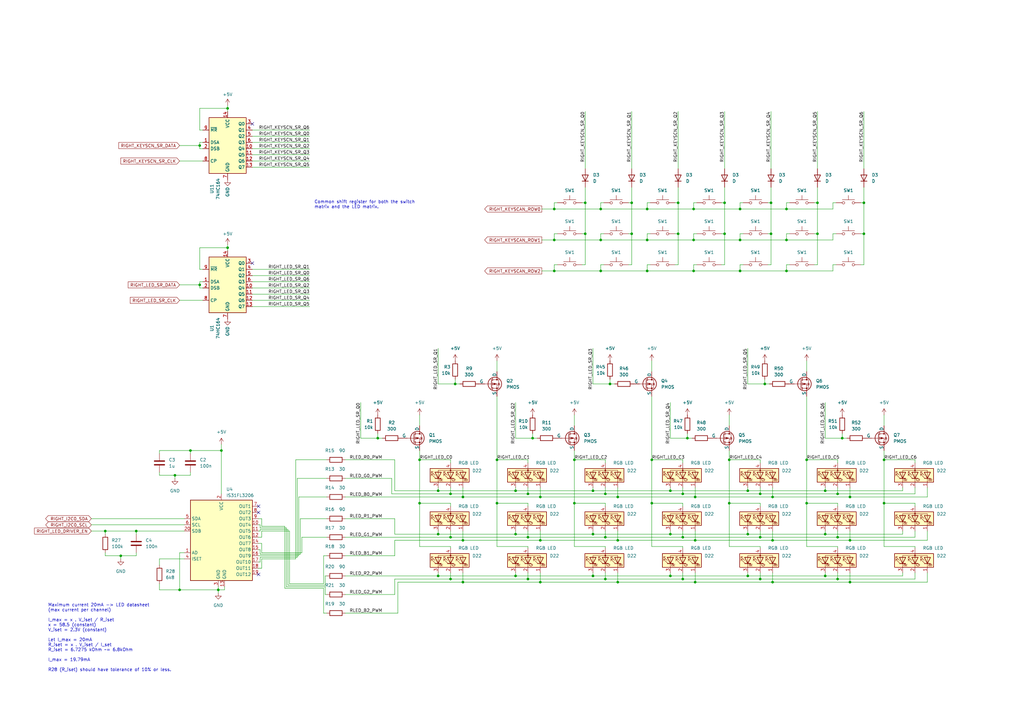
<source format=kicad_sch>
(kicad_sch (version 20230121) (generator eeschema)
  (paper "A3")
  (junction (at 338.455 201.295))
  (junction (at 297.18 95.885))
  (junction (at 316.865 221.615))
  (junction (at 278.13 95.885))
  (junction (at 362.585 206.375))
  (junction (at 330.835 206.375))
  (junction (at 240.03 83.185))
  (junction (at 284.48 98.425))
  (junction (at 73.66 241.935))
  (junction (at 303.53 98.425))
  (junction (at 184.785 237.49))
  (junction (at 248.285 202.565))
  (junction (at 348.615 203.835))
  (junction (at 316.23 83.185))
  (junction (at 90.805 184.785))
  (junction (at 274.955 236.22))
  (junction (at 348.615 221.615))
  (junction (at 211.455 219.075))
  (junction (at 306.705 201.295))
  (junction (at 221.615 221.615))
  (junction (at 184.785 220.345))
  (junction (at 179.705 219.075))
  (junction (at 240.03 95.885))
  (junction (at 227.33 98.425))
  (junction (at 216.535 202.565))
  (junction (at 280.035 220.345))
  (junction (at 243.205 201.295))
  (junction (at 253.365 238.76))
  (junction (at 259.08 83.185))
  (junction (at 354.33 83.185))
  (junction (at 172.085 206.375))
  (junction (at 322.58 98.425))
  (junction (at 306.705 236.22))
  (junction (at 311.785 220.345))
  (junction (at 203.835 188.595))
  (junction (at 227.33 111.125))
  (junction (at 274.955 219.075))
  (junction (at 354.33 95.885))
  (junction (at 299.085 188.595))
  (junction (at 93.345 101.6))
  (junction (at 211.455 201.295))
  (junction (at 250.19 157.48))
  (junction (at 274.955 201.295))
  (junction (at 216.535 220.345))
  (junction (at 303.53 85.725))
  (junction (at 299.085 206.375))
  (junction (at 316.23 95.885))
  (junction (at 267.335 188.595))
  (junction (at 71.755 194.945))
  (junction (at 284.48 85.725))
  (junction (at 189.865 203.835))
  (junction (at 297.18 83.185))
  (junction (at 267.335 206.375))
  (junction (at 179.705 201.295))
  (junction (at 221.615 238.76))
  (junction (at 248.285 220.345))
  (junction (at 284.48 111.125))
  (junction (at 49.53 227.965))
  (junction (at 285.115 221.615))
  (junction (at 280.035 202.565))
  (junction (at 211.455 236.22))
  (junction (at 203.835 206.375))
  (junction (at 89.535 241.935))
  (junction (at 281.94 179.705))
  (junction (at 345.44 179.705))
  (junction (at 316.865 238.76))
  (junction (at 265.43 85.725))
  (junction (at 186.69 157.48))
  (junction (at 259.08 95.885))
  (junction (at 348.615 238.76))
  (junction (at 322.58 85.725))
  (junction (at 303.53 111.125))
  (junction (at 335.28 95.885))
  (junction (at 235.585 206.375))
  (junction (at 265.43 98.425))
  (junction (at 221.615 203.835))
  (junction (at 313.69 157.48))
  (junction (at 306.705 219.075))
  (junction (at 93.345 44.45))
  (junction (at 343.535 220.345))
  (junction (at 184.785 202.565))
  (junction (at 189.865 238.76))
  (junction (at 343.535 202.565))
  (junction (at 338.455 236.22))
  (junction (at 246.38 98.425))
  (junction (at 227.33 85.725))
  (junction (at 154.94 179.705))
  (junction (at 172.085 188.595))
  (junction (at 278.13 83.185))
  (junction (at 216.535 237.49))
  (junction (at 218.44 179.705))
  (junction (at 311.785 202.565))
  (junction (at 189.865 221.615))
  (junction (at 343.535 237.49))
  (junction (at 362.585 188.595))
  (junction (at 246.38 111.125))
  (junction (at 179.705 236.22))
  (junction (at 246.38 85.725))
  (junction (at 316.865 203.835))
  (junction (at 235.585 188.595))
  (junction (at 253.365 221.615))
  (junction (at 285.115 203.835))
  (junction (at 330.835 188.595))
  (junction (at 280.035 237.49))
  (junction (at 55.88 217.805))
  (junction (at 243.205 236.22))
  (junction (at 335.28 83.185))
  (junction (at 243.205 219.075))
  (junction (at 265.43 111.125))
  (junction (at 248.285 237.49))
  (junction (at 338.455 219.075))
  (junction (at 81.915 59.69))
  (junction (at 285.115 238.76))
  (junction (at 43.18 217.805))
  (junction (at 253.365 203.835))
  (junction (at 311.785 237.49))
  (junction (at 78.105 184.785))
  (junction (at 322.58 111.125))
  (junction (at 81.915 116.84))
  (no_connect (at 106.045 207.645))
  (no_connect (at 103.505 107.95))
  (no_connect (at 103.505 50.8))
  (no_connect (at 106.045 210.185))
  (no_connect (at 106.045 235.585))
  (wire (pts (xy 73.66 241.935) (xy 89.535 241.935)))
  (wire (pts (xy 348.615 221.615) (xy 380.365 221.615)))
  (wire (pts (xy 81.915 101.6) (xy 93.345 101.6)))
  (wire (pts (xy 338.455 179.705) (xy 338.455 165.1)))
  (wire (pts (xy 118.11 217.17) (xy 106.68 217.17)))
  (wire (pts (xy 141.605 212.725) (xy 161.925 212.725)))
  (wire (pts (xy 253.365 238.76) (xy 285.115 238.76)))
  (wire (pts (xy 172.085 184.785) (xy 172.085 188.595)))
  (wire (pts (xy 103.505 68.58) (xy 127 68.58)))
  (wire (pts (xy 280.035 234.95) (xy 280.035 237.49)))
  (wire (pts (xy 265.43 108.585) (xy 265.43 111.125)))
  (wire (pts (xy 338.455 234.95) (xy 338.455 236.22)))
  (wire (pts (xy 103.505 63.5) (xy 127 63.5)))
  (wire (pts (xy 211.455 234.95) (xy 211.455 236.22)))
  (wire (pts (xy 186.69 155.575) (xy 186.69 157.48)))
  (wire (pts (xy 55.88 227.965) (xy 55.88 226.695)))
  (wire (pts (xy 221.615 238.76) (xy 253.365 238.76)))
  (wire (pts (xy 73.66 123.19) (xy 83.185 123.19)))
  (wire (pts (xy 341.63 98.425) (xy 341.63 95.885)))
  (wire (pts (xy 259.08 45.72) (xy 259.08 69.215)))
  (wire (pts (xy 295.91 95.885) (xy 297.18 95.885)))
  (wire (pts (xy 65.405 193.675) (xy 65.405 194.945)))
  (wire (pts (xy 73.66 66.04) (xy 83.185 66.04)))
  (wire (pts (xy 330.835 188.595) (xy 343.535 188.595)))
  (wire (pts (xy 227.33 108.585) (xy 227.33 111.125)))
  (wire (pts (xy 184.785 234.95) (xy 184.785 237.49)))
  (wire (pts (xy 118.11 240.03) (xy 133.35 240.03)))
  (wire (pts (xy 285.75 83.185) (xy 284.48 83.185)))
  (wire (pts (xy 265.43 95.885) (xy 265.43 98.425)))
  (wire (pts (xy 235.585 224.155) (xy 248.285 224.155)))
  (wire (pts (xy 338.455 236.22) (xy 370.205 236.22)))
  (wire (pts (xy 93.345 43.18) (xy 93.345 44.45)))
  (wire (pts (xy 375.285 207.645) (xy 375.285 206.375)))
  (wire (pts (xy 243.205 236.22) (xy 274.955 236.22)))
  (wire (pts (xy 354.33 45.72) (xy 354.33 69.215)))
  (wire (pts (xy 106.68 228.6) (xy 121.92 228.6)))
  (wire (pts (xy 375.285 234.95) (xy 375.285 237.49)))
  (wire (pts (xy 188.595 157.48) (xy 186.69 157.48)))
  (wire (pts (xy 353.06 95.885) (xy 354.33 95.885)))
  (wire (pts (xy 106.045 227.965) (xy 122.555 227.965)))
  (wire (pts (xy 354.33 76.835) (xy 354.33 83.185)))
  (wire (pts (xy 227.33 83.185) (xy 227.33 85.725)))
  (wire (pts (xy 184.785 220.345) (xy 216.535 220.345)))
  (wire (pts (xy 93.345 44.45) (xy 93.345 45.72)))
  (wire (pts (xy 311.785 207.645) (xy 311.785 206.375)))
  (wire (pts (xy 161.925 219.075) (xy 179.705 219.075)))
  (wire (pts (xy 172.085 188.595) (xy 172.085 206.375)))
  (wire (pts (xy 276.86 95.885) (xy 278.13 95.885)))
  (wire (pts (xy 306.705 236.22) (xy 338.455 236.22)))
  (wire (pts (xy 161.925 221.615) (xy 189.865 221.615)))
  (wire (pts (xy 189.865 238.76) (xy 221.615 238.76)))
  (wire (pts (xy 161.925 188.595) (xy 161.925 201.295)))
  (wire (pts (xy 362.585 224.155) (xy 375.285 224.155)))
  (wire (pts (xy 348.615 234.95) (xy 348.615 238.76)))
  (wire (pts (xy 338.455 179.705) (xy 345.44 179.705)))
  (wire (pts (xy 133.985 227.965) (xy 132.715 227.965)))
  (wire (pts (xy 161.925 237.49) (xy 184.785 237.49)))
  (wire (pts (xy 221.615 200.025) (xy 221.615 203.835)))
  (wire (pts (xy 330.835 206.375) (xy 330.835 224.155)))
  (wire (pts (xy 37.465 217.805) (xy 43.18 217.805)))
  (wire (pts (xy 179.705 201.295) (xy 211.455 201.295)))
  (wire (pts (xy 216.535 200.025) (xy 216.535 202.565)))
  (wire (pts (xy 133.35 236.22) (xy 133.35 240.03)))
  (wire (pts (xy 284.48 95.885) (xy 284.48 98.425)))
  (wire (pts (xy 362.585 170.18) (xy 362.585 174.625)))
  (wire (pts (xy 121.92 196.215) (xy 121.92 228.6)))
  (wire (pts (xy 179.705 157.48) (xy 186.69 157.48)))
  (wire (pts (xy 37.465 212.725) (xy 75.565 212.725)))
  (wire (pts (xy 248.285 234.95) (xy 248.285 237.49)))
  (wire (pts (xy 380.365 217.805) (xy 380.365 221.615)))
  (wire (pts (xy 106.68 216.535) (xy 106.68 215.265)))
  (wire (pts (xy 172.085 224.155) (xy 184.785 224.155)))
  (wire (pts (xy 274.955 179.705) (xy 281.94 179.705)))
  (wire (pts (xy 211.455 200.025) (xy 211.455 201.295)))
  (wire (pts (xy 311.785 217.805) (xy 311.785 220.345)))
  (wire (pts (xy 276.86 83.185) (xy 278.13 83.185)))
  (wire (pts (xy 216.535 234.95) (xy 216.535 237.49)))
  (wire (pts (xy 243.205 219.075) (xy 274.955 219.075)))
  (wire (pts (xy 316.865 217.805) (xy 316.865 221.615)))
  (wire (pts (xy 375.285 217.805) (xy 375.285 220.345)))
  (wire (pts (xy 106.68 227.33) (xy 123.19 227.33)))
  (wire (pts (xy 243.205 157.48) (xy 250.19 157.48)))
  (wire (pts (xy 311.785 234.95) (xy 311.785 237.49)))
  (wire (pts (xy 189.865 203.835) (xy 221.615 203.835)))
  (wire (pts (xy 222.25 98.425) (xy 227.33 98.425)))
  (wire (pts (xy 348.615 203.835) (xy 380.365 203.835)))
  (wire (pts (xy 334.01 95.885) (xy 335.28 95.885)))
  (wire (pts (xy 228.6 83.185) (xy 227.33 83.185)))
  (wire (pts (xy 274.955 217.805) (xy 274.955 219.075)))
  (wire (pts (xy 315.595 157.48) (xy 313.69 157.48)))
  (wire (pts (xy 103.505 66.04) (xy 127 66.04)))
  (wire (pts (xy 341.63 85.725) (xy 341.63 83.185)))
  (wire (pts (xy 343.535 189.865) (xy 343.535 188.595)))
  (wire (pts (xy 238.76 95.885) (xy 240.03 95.885)))
  (wire (pts (xy 354.33 83.185) (xy 354.33 95.885)))
  (wire (pts (xy 362.585 188.595) (xy 375.285 188.595)))
  (wire (pts (xy 311.785 200.025) (xy 311.785 202.565)))
  (wire (pts (xy 338.455 201.295) (xy 370.205 201.295)))
  (wire (pts (xy 306.705 217.805) (xy 306.705 219.075)))
  (wire (pts (xy 116.84 215.9) (xy 107.315 215.9)))
  (wire (pts (xy 106.68 217.805) (xy 106.045 217.805)))
  (wire (pts (xy 322.58 108.585) (xy 322.58 111.125)))
  (wire (pts (xy 316.865 221.615) (xy 348.615 221.615)))
  (wire (pts (xy 311.785 224.155) (xy 311.785 224.79)))
  (wire (pts (xy 323.85 83.185) (xy 322.58 83.185)))
  (wire (pts (xy 259.08 76.835) (xy 259.08 83.185)))
  (wire (pts (xy 73.66 226.695) (xy 73.66 241.935)))
  (wire (pts (xy 267.335 188.595) (xy 280.035 188.595)))
  (wire (pts (xy 280.035 220.345) (xy 311.785 220.345)))
  (wire (pts (xy 246.38 108.585) (xy 246.38 111.125)))
  (wire (pts (xy 375.285 189.865) (xy 375.285 188.595)))
  (wire (pts (xy 299.085 188.595) (xy 311.785 188.595)))
  (wire (pts (xy 304.8 83.185) (xy 303.53 83.185)))
  (wire (pts (xy 297.18 108.585) (xy 295.91 108.585)))
  (wire (pts (xy 65.405 184.785) (xy 78.105 184.785)))
  (wire (pts (xy 222.25 111.125) (xy 227.33 111.125)))
  (wire (pts (xy 93.345 100.33) (xy 93.345 101.6)))
  (wire (pts (xy 343.535 237.49) (xy 375.285 237.49)))
  (wire (pts (xy 141.605 236.22) (xy 179.705 236.22)))
  (wire (pts (xy 141.605 220.345) (xy 184.785 220.345)))
  (wire (pts (xy 303.53 108.585) (xy 303.53 111.125)))
  (wire (pts (xy 347.345 179.705) (xy 345.44 179.705)))
  (wire (pts (xy 179.705 234.95) (xy 179.705 236.22)))
  (wire (pts (xy 228.6 108.585) (xy 227.33 108.585)))
  (wire (pts (xy 316.865 238.76) (xy 348.615 238.76)))
  (wire (pts (xy 240.03 45.72) (xy 240.03 69.215)))
  (wire (pts (xy 297.18 76.835) (xy 297.18 83.185)))
  (wire (pts (xy 257.81 95.885) (xy 259.08 95.885)))
  (wire (pts (xy 118.745 217.805) (xy 118.745 239.395)))
  (wire (pts (xy 284.48 83.185) (xy 284.48 85.725)))
  (wire (pts (xy 285.115 234.95) (xy 285.115 238.76)))
  (wire (pts (xy 235.585 206.375) (xy 235.585 224.155)))
  (wire (pts (xy 354.33 108.585) (xy 353.06 108.585)))
  (wire (pts (xy 335.28 83.185) (xy 335.28 95.885)))
  (wire (pts (xy 284.48 108.585) (xy 284.48 111.125)))
  (wire (pts (xy 285.75 108.585) (xy 284.48 108.585)))
  (wire (pts (xy 103.505 123.19) (xy 127 123.19)))
  (wire (pts (xy 348.615 217.805) (xy 348.615 221.615)))
  (wire (pts (xy 248.285 206.375) (xy 235.585 206.375)))
  (wire (pts (xy 118.745 239.395) (xy 132.715 239.395)))
  (wire (pts (xy 133.985 236.22) (xy 133.35 236.22)))
  (wire (pts (xy 285.115 238.76) (xy 316.865 238.76)))
  (wire (pts (xy 65.405 241.935) (xy 73.66 241.935)))
  (wire (pts (xy 253.365 221.615) (xy 285.115 221.615)))
  (wire (pts (xy 122.555 203.835) (xy 122.555 227.965)))
  (wire (pts (xy 235.585 170.18) (xy 235.585 174.625)))
  (wire (pts (xy 240.03 95.885) (xy 240.03 108.585)))
  (wire (pts (xy 274.955 234.95) (xy 274.955 236.22)))
  (wire (pts (xy 227.33 98.425) (xy 246.38 98.425)))
  (wire (pts (xy 297.18 95.885) (xy 297.18 108.585)))
  (wire (pts (xy 78.105 184.785) (xy 78.105 186.055)))
  (wire (pts (xy 280.035 200.025) (xy 280.035 202.565)))
  (wire (pts (xy 43.18 226.695) (xy 43.18 227.965)))
  (wire (pts (xy 248.285 217.805) (xy 248.285 220.345)))
  (wire (pts (xy 335.28 76.835) (xy 335.28 83.185)))
  (wire (pts (xy 311.785 202.565) (xy 343.535 202.565)))
  (wire (pts (xy 322.58 83.185) (xy 322.58 85.725)))
  (wire (pts (xy 107.315 229.235) (xy 107.315 233.045)))
  (wire (pts (xy 240.03 108.585) (xy 238.76 108.585)))
  (wire (pts (xy 370.205 217.805) (xy 370.205 219.075)))
  (wire (pts (xy 216.535 220.345) (xy 248.285 220.345)))
  (wire (pts (xy 216.535 217.805) (xy 216.535 220.345)))
  (wire (pts (xy 81.915 60.96) (xy 83.185 60.96)))
  (wire (pts (xy 116.84 241.3) (xy 116.84 215.9)))
  (wire (pts (xy 341.63 95.885) (xy 342.9 95.885)))
  (wire (pts (xy 81.915 53.34) (xy 83.185 53.34)))
  (wire (pts (xy 141.605 188.595) (xy 161.925 188.595)))
  (wire (pts (xy 265.43 85.725) (xy 284.48 85.725)))
  (wire (pts (xy 227.33 85.725) (xy 246.38 85.725)))
  (wire (pts (xy 338.455 219.075) (xy 370.205 219.075)))
  (wire (pts (xy 259.08 108.585) (xy 257.81 108.585)))
  (wire (pts (xy 43.18 217.805) (xy 55.88 217.805)))
  (wire (pts (xy 189.865 200.025) (xy 189.865 203.835)))
  (wire (pts (xy 118.11 240.03) (xy 118.11 217.17)))
  (wire (pts (xy 278.13 45.72) (xy 278.13 69.215)))
  (wire (pts (xy 160.655 196.215) (xy 160.655 202.565)))
  (wire (pts (xy 161.925 243.84) (xy 161.925 237.49)))
  (wire (pts (xy 123.19 212.725) (xy 123.19 227.33)))
  (wire (pts (xy 274.955 201.295) (xy 306.705 201.295)))
  (wire (pts (xy 274.955 219.075) (xy 306.705 219.075)))
  (wire (pts (xy 267.335 147.955) (xy 267.335 152.4)))
  (wire (pts (xy 107.315 226.695) (xy 107.315 222.885)))
  (wire (pts (xy 303.53 95.885) (xy 303.53 98.425)))
  (wire (pts (xy 338.455 200.025) (xy 338.455 201.295)))
  (wire (pts (xy 103.505 120.65) (xy 127 120.65)))
  (wire (pts (xy 78.105 194.945) (xy 78.105 193.675)))
  (wire (pts (xy 304.8 95.885) (xy 303.53 95.885)))
  (wire (pts (xy 253.365 200.025) (xy 253.365 203.835)))
  (wire (pts (xy 322.58 95.885) (xy 322.58 98.425)))
  (wire (pts (xy 335.28 108.585) (xy 334.01 108.585)))
  (wire (pts (xy 316.23 108.585) (xy 314.96 108.585)))
  (wire (pts (xy 81.915 44.45) (xy 93.345 44.45)))
  (wire (pts (xy 306.705 157.48) (xy 306.705 142.875)))
  (wire (pts (xy 228.6 95.885) (xy 227.33 95.885)))
  (wire (pts (xy 216.535 224.155) (xy 216.535 224.79)))
  (wire (pts (xy 75.565 229.235) (xy 65.405 229.235)))
  (wire (pts (xy 280.035 217.805) (xy 280.035 220.345)))
  (wire (pts (xy 211.455 179.705) (xy 211.455 165.1)))
  (wire (pts (xy 342.9 108.585) (xy 341.63 108.585)))
  (wire (pts (xy 248.285 237.49) (xy 280.035 237.49)))
  (wire (pts (xy 246.38 98.425) (xy 265.43 98.425)))
  (wire (pts (xy 248.285 220.345) (xy 280.035 220.345)))
  (wire (pts (xy 65.405 229.235) (xy 65.405 231.775)))
  (wire (pts (xy 335.28 45.72) (xy 335.28 69.215)))
  (wire (pts (xy 265.43 98.425) (xy 284.48 98.425)))
  (wire (pts (xy 103.505 53.34) (xy 127 53.34)))
  (wire (pts (xy 184.785 237.49) (xy 216.535 237.49)))
  (wire (pts (xy 265.43 83.185) (xy 265.43 85.725)))
  (wire (pts (xy 107.315 226.695) (xy 123.825 226.695)))
  (wire (pts (xy 311.785 206.375) (xy 299.085 206.375)))
  (wire (pts (xy 121.285 188.595) (xy 133.985 188.595)))
  (wire (pts (xy 227.33 111.125) (xy 246.38 111.125)))
  (wire (pts (xy 274.955 236.22) (xy 306.705 236.22)))
  (wire (pts (xy 316.865 234.95) (xy 316.865 238.76)))
  (wire (pts (xy 343.535 220.345) (xy 375.285 220.345)))
  (wire (pts (xy 184.785 207.645) (xy 184.785 206.375)))
  (wire (pts (xy 132.715 251.46) (xy 132.715 241.3)))
  (wire (pts (xy 203.835 206.375) (xy 203.835 224.155)))
  (wire (pts (xy 117.475 216.535) (xy 106.68 216.535)))
  (wire (pts (xy 203.835 188.595) (xy 203.835 206.375)))
  (wire (pts (xy 303.53 83.185) (xy 303.53 85.725)))
  (wire (pts (xy 106.68 225.425) (xy 106.045 225.425)))
  (wire (pts (xy 106.68 215.265) (xy 106.045 215.265)))
  (wire (pts (xy 303.53 85.725) (xy 322.58 85.725)))
  (wire (pts (xy 107.315 212.725) (xy 106.045 212.725)))
  (wire (pts (xy 303.53 98.425) (xy 322.58 98.425)))
  (wire (pts (xy 211.455 179.705) (xy 218.44 179.705)))
  (wire (pts (xy 370.205 200.025) (xy 370.205 201.295)))
  (wire (pts (xy 141.605 196.215) (xy 160.655 196.215)))
  (wire (pts (xy 132.715 227.965) (xy 132.715 239.395)))
  (wire (pts (xy 348.615 238.76) (xy 380.365 238.76)))
  (wire (pts (xy 89.535 241.935) (xy 92.075 241.935)))
  (wire (pts (xy 375.285 206.375) (xy 362.585 206.375)))
  (wire (pts (xy 227.33 95.885) (xy 227.33 98.425)))
  (wire (pts (xy 299.085 206.375) (xy 299.085 224.155)))
  (wire (pts (xy 297.18 83.185) (xy 297.18 95.885)))
  (wire (pts (xy 81.915 118.11) (xy 83.185 118.11)))
  (wire (pts (xy 247.65 83.185) (xy 246.38 83.185)))
  (wire (pts (xy 49.53 227.965) (xy 55.88 227.965)))
  (wire (pts (xy 221.615 221.615) (xy 253.365 221.615)))
  (wire (pts (xy 117.475 240.665) (xy 133.35 240.665)))
  (wire (pts (xy 211.455 201.295) (xy 243.205 201.295)))
  (wire (pts (xy 43.18 217.805) (xy 43.18 219.075)))
  (wire (pts (xy 107.315 222.885) (xy 106.045 222.885)))
  (wire (pts (xy 370.205 234.95) (xy 370.205 236.22)))
  (wire (pts (xy 314.96 83.185) (xy 316.23 83.185)))
  (wire (pts (xy 133.985 251.46) (xy 132.715 251.46)))
  (wire (pts (xy 141.605 203.835) (xy 189.865 203.835)))
  (wire (pts (xy 65.405 194.945) (xy 71.755 194.945)))
  (wire (pts (xy 247.65 95.885) (xy 246.38 95.885)))
  (wire (pts (xy 121.92 196.215) (xy 133.985 196.215)))
  (wire (pts (xy 311.785 189.865) (xy 311.785 188.595)))
  (wire (pts (xy 211.455 217.805) (xy 211.455 219.075)))
  (wire (pts (xy 179.705 219.075) (xy 211.455 219.075)))
  (wire (pts (xy 284.48 98.425) (xy 303.53 98.425)))
  (wire (pts (xy 154.94 177.8) (xy 154.94 179.705)))
  (wire (pts (xy 323.85 95.885) (xy 322.58 95.885)))
  (wire (pts (xy 240.03 83.185) (xy 240.03 95.885)))
  (wire (pts (xy 283.845 179.705) (xy 281.94 179.705)))
  (wire (pts (xy 211.455 219.075) (xy 243.205 219.075)))
  (wire (pts (xy 348.615 200.025) (xy 348.615 203.835)))
  (wire (pts (xy 330.835 188.595) (xy 330.835 206.375)))
  (wire (pts (xy 107.315 217.805) (xy 107.315 220.345)))
  (wire (pts (xy 179.705 200.025) (xy 179.705 201.295)))
  (wire (pts (xy 314.96 95.885) (xy 316.23 95.885)))
  (wire (pts (xy 92.075 241.935) (xy 92.075 240.665)))
  (wire (pts (xy 221.615 234.95) (xy 221.615 238.76)))
  (wire (pts (xy 221.615 203.835) (xy 253.365 203.835)))
  (wire (pts (xy 216.535 202.565) (xy 248.285 202.565)))
  (wire (pts (xy 203.835 162.56) (xy 203.835 188.595)))
  (wire (pts (xy 49.53 227.965) (xy 49.53 229.235)))
  (wire (pts (xy 316.865 200.025) (xy 316.865 203.835)))
  (wire (pts (xy 81.915 110.49) (xy 81.915 101.6)))
  (wire (pts (xy 81.915 116.84) (xy 81.915 115.57)))
  (wire (pts (xy 106.68 228.6) (xy 106.68 230.505)))
  (wire (pts (xy 184.785 202.565) (xy 216.535 202.565)))
  (wire (pts (xy 160.655 202.565) (xy 184.785 202.565)))
  (wire (pts (xy 90.805 184.785) (xy 90.805 202.565)))
  (wire (pts (xy 285.115 221.615) (xy 316.865 221.615)))
  (wire (pts (xy 306.705 219.075) (xy 338.455 219.075)))
  (wire (pts (xy 335.28 95.885) (xy 335.28 108.585)))
  (wire (pts (xy 163.195 251.46) (xy 163.195 238.76)))
  (wire (pts (xy 161.925 227.965) (xy 161.925 221.615)))
  (wire (pts (xy 172.085 188.595) (xy 184.785 188.595)))
  (wire (pts (xy 265.43 111.125) (xy 284.48 111.125)))
  (wire (pts (xy 322.58 111.125) (xy 341.63 111.125)))
  (wire (pts (xy 218.44 177.8) (xy 218.44 179.705)))
  (wire (pts (xy 299.085 184.785) (xy 299.085 188.595)))
  (wire (pts (xy 253.365 234.95) (xy 253.365 238.76)))
  (wire (pts (xy 248.285 207.645) (xy 248.285 206.375)))
  (wire (pts (xy 78.105 184.785) (xy 90.805 184.785)))
  (wire (pts (xy 90.805 182.245) (xy 90.805 184.785)))
  (wire (pts (xy 252.095 157.48) (xy 250.19 157.48)))
  (wire (pts (xy 184.785 189.865) (xy 184.785 188.595)))
  (wire (pts (xy 280.035 202.565) (xy 311.785 202.565)))
  (wire (pts (xy 89.535 241.935) (xy 89.535 243.205)))
  (wire (pts (xy 81.915 110.49) (xy 83.185 110.49)))
  (wire (pts (xy 259.08 95.885) (xy 259.08 108.585)))
  (wire (pts (xy 73.66 116.84) (xy 81.915 116.84)))
  (wire (pts (xy 106.68 230.505) (xy 106.045 230.505)))
  (wire (pts (xy 311.785 237.49) (xy 343.535 237.49)))
  (wire (pts (xy 341.63 108.585) (xy 341.63 111.125)))
  (wire (pts (xy 179.705 157.48) (xy 179.705 142.875)))
  (wire (pts (xy 247.65 108.585) (xy 246.38 108.585)))
  (wire (pts (xy 103.505 115.57) (xy 127 115.57)))
  (wire (pts (xy 243.205 157.48) (xy 243.205 142.875)))
  (wire (pts (xy 103.505 125.73) (xy 127 125.73)))
  (wire (pts (xy 316.23 83.185) (xy 316.23 95.885)))
  (wire (pts (xy 316.23 45.72) (xy 316.23 69.215)))
  (wire (pts (xy 37.465 215.265) (xy 75.565 215.265)))
  (wire (pts (xy 266.7 108.585) (xy 265.43 108.585)))
  (wire (pts (xy 103.505 110.49) (xy 127 110.49)))
  (wire (pts (xy 123.19 212.725) (xy 133.985 212.725)))
  (wire (pts (xy 83.185 58.42) (xy 81.915 58.42)))
  (wire (pts (xy 133.35 243.84) (xy 133.35 240.665)))
  (wire (pts (xy 353.06 83.185) (xy 354.33 83.185)))
  (wire (pts (xy 322.58 85.725) (xy 341.63 85.725)))
  (wire (pts (xy 121.285 188.595) (xy 121.285 229.235)))
  (wire (pts (xy 343.535 200.025) (xy 343.535 202.565)))
  (wire (pts (xy 246.38 95.885) (xy 246.38 98.425)))
  (wire (pts (xy 65.405 239.395) (xy 65.405 241.935)))
  (wire (pts (xy 73.66 59.69) (xy 81.915 59.69)))
  (wire (pts (xy 71.755 194.945) (xy 71.755 196.215)))
  (wire (pts (xy 55.88 217.805) (xy 75.565 217.805)))
  (wire (pts (xy 259.08 83.185) (xy 259.08 95.885)))
  (wire (pts (xy 243.205 200.025) (xy 243.205 201.295)))
  (wire (pts (xy 313.69 155.575) (xy 313.69 157.48)))
  (wire (pts (xy 106.68 217.17) (xy 106.68 217.805)))
  (wire (pts (xy 253.365 203.835) (xy 285.115 203.835)))
  (wire (pts (xy 141.605 251.46) (xy 163.195 251.46)))
  (wire (pts (xy 184.785 200.025) (xy 184.785 202.565)))
  (wire (pts (xy 75.565 226.695) (xy 73.66 226.695)))
  (wire (pts (xy 278.13 95.885) (xy 278.13 108.585)))
  (wire (pts (xy 375.285 200.025) (xy 375.285 202.565)))
  (wire (pts (xy 221.615 217.805) (xy 221.615 221.615)))
  (wire (pts (xy 253.365 217.805) (xy 253.365 221.615)))
  (wire (pts (xy 55.88 217.805) (xy 55.88 219.075)))
  (wire (pts (xy 280.035 207.645) (xy 280.035 206.375)))
  (wire (pts (xy 285.75 95.885) (xy 284.48 95.885)))
  (wire (pts (xy 285.115 200.025) (xy 285.115 203.835)))
  (wire (pts (xy 278.13 83.185) (xy 278.13 95.885)))
  (wire (pts (xy 246.38 85.725) (xy 265.43 85.725)))
  (wire (pts (xy 246.38 83.185) (xy 246.38 85.725)))
  (wire (pts (xy 306.705 200.025) (xy 306.705 201.295)))
  (wire (pts (xy 280.035 224.155) (xy 280.035 224.79)))
  (wire (pts (xy 147.955 179.705) (xy 154.94 179.705)))
  (wire (pts (xy 343.535 202.565) (xy 375.285 202.565)))
  (wire (pts (xy 107.315 220.345) (xy 106.045 220.345)))
  (wire (pts (xy 280.035 206.375) (xy 267.335 206.375)))
  (wire (pts (xy 216.535 206.375) (xy 203.835 206.375)))
  (wire (pts (xy 107.315 217.805) (xy 118.745 217.805)))
  (wire (pts (xy 123.825 220.345) (xy 123.825 226.695)))
  (wire (pts (xy 235.585 188.595) (xy 235.585 206.375)))
  (wire (pts (xy 267.335 162.56) (xy 267.335 188.595)))
  (wire (pts (xy 250.19 155.575) (xy 250.19 157.48)))
  (wire (pts (xy 330.835 147.955) (xy 330.835 152.4)))
  (wire (pts (xy 343.535 207.645) (xy 343.535 206.375)))
  (wire (pts (xy 284.48 111.125) (xy 303.53 111.125)))
  (wire (pts (xy 306.705 157.48) (xy 313.69 157.48)))
  (wire (pts (xy 362.585 188.595) (xy 362.585 206.375)))
  (wire (pts (xy 220.345 179.705) (xy 218.44 179.705)))
  (wire (pts (xy 211.455 236.22) (xy 243.205 236.22)))
  (wire (pts (xy 343.535 224.155) (xy 343.535 224.79)))
  (wire (pts (xy 163.195 238.76) (xy 189.865 238.76)))
  (wire (pts (xy 304.8 108.585) (xy 303.53 108.585)))
  (wire (pts (xy 299.085 224.155) (xy 311.785 224.155)))
  (wire (pts (xy 172.085 206.375) (xy 172.085 224.155)))
  (wire (pts (xy 179.705 217.805) (xy 179.705 219.075)))
  (wire (pts (xy 203.835 224.155) (xy 216.535 224.155)))
  (wire (pts (xy 285.115 217.805) (xy 285.115 221.615)))
  (wire (pts (xy 280.035 237.49) (xy 311.785 237.49)))
  (wire (pts (xy 295.91 83.185) (xy 297.18 83.185)))
  (wire (pts (xy 345.44 177.8) (xy 345.44 179.705)))
  (wire (pts (xy 203.835 188.595) (xy 216.535 188.595)))
  (wire (pts (xy 189.865 221.615) (xy 221.615 221.615)))
  (wire (pts (xy 274.955 179.705) (xy 274.955 165.1)))
  (wire (pts (xy 243.205 217.805) (xy 243.205 219.075)))
  (wire (pts (xy 380.365 200.025) (xy 380.365 203.835)))
  (wire (pts (xy 278.13 108.585) (xy 276.86 108.585)))
  (wire (pts (xy 103.505 55.88) (xy 127 55.88)))
  (wire (pts (xy 303.53 111.125) (xy 322.58 111.125)))
  (wire (pts (xy 141.605 227.965) (xy 161.925 227.965)))
  (wire (pts (xy 330.835 162.56) (xy 330.835 188.595)))
  (wire (pts (xy 161.925 201.295) (xy 179.705 201.295)))
  (wire (pts (xy 184.785 217.805) (xy 184.785 220.345)))
  (wire (pts (xy 238.76 83.185) (xy 240.03 83.185)))
  (wire (pts (xy 285.115 203.835) (xy 316.865 203.835)))
  (wire (pts (xy 284.48 85.725) (xy 303.53 85.725)))
  (wire (pts (xy 89.535 240.665) (xy 89.535 241.935)))
  (wire (pts (xy 334.01 83.185) (xy 335.28 83.185)))
  (wire (pts (xy 161.925 212.725) (xy 161.925 219.075)))
  (wire (pts (xy 306.705 201.295) (xy 338.455 201.295)))
  (wire (pts (xy 354.33 95.885) (xy 354.33 108.585)))
  (wire (pts (xy 343.535 234.95) (xy 343.535 237.49)))
  (wire (pts (xy 103.505 113.03) (xy 127 113.03)))
  (wire (pts (xy 246.38 111.125) (xy 265.43 111.125)))
  (wire (pts (xy 257.81 83.185) (xy 259.08 83.185)))
  (wire (pts (xy 222.25 85.725) (xy 227.33 85.725)))
  (wire (pts (xy 266.7 83.185) (xy 265.43 83.185)))
  (wire (pts (xy 43.18 227.965) (xy 49.53 227.965)))
  (wire (pts (xy 122.555 203.835) (xy 133.985 203.835)))
  (wire (pts (xy 156.845 179.705) (xy 154.94 179.705)))
  (wire (pts (xy 106.68 227.33) (xy 106.68 225.425)))
  (wire (pts (xy 266.7 95.885) (xy 265.43 95.885)))
  (wire (pts (xy 267.335 188.595) (xy 267.335 206.375)))
  (wire (pts (xy 341.63 83.185) (xy 342.9 83.185)))
  (wire (pts (xy 133.985 220.345) (xy 123.825 220.345)))
  (wire (pts (xy 81.915 53.34) (xy 81.915 44.45)))
  (wire (pts (xy 203.835 147.955) (xy 203.835 152.4)))
  (wire (pts (xy 248.285 200.025) (xy 248.285 202.565)))
  (wire (pts (xy 316.23 95.885) (xy 316.23 108.585)))
  (wire (pts (xy 380.365 234.95) (xy 380.365 238.76)))
  (wire (pts (xy 240.03 76.835) (xy 240.03 83.185)))
  (wire (pts (xy 343.535 217.805) (xy 343.535 220.345)))
  (wire (pts (xy 248.285 189.865) (xy 248.285 188.595)))
  (wire (pts (xy 216.535 237.49) (xy 248.285 237.49)))
  (wire (pts (xy 330.835 224.155) (xy 343.535 224.155)))
  (wire (pts (xy 362.585 206.375) (xy 362.585 224.155)))
  (wire (pts (xy 297.18 45.72) (xy 297.18 69.215)))
  (wire (pts (xy 316.23 76.835) (xy 316.23 83.185)))
  (wire (pts (xy 103.505 118.11) (xy 127 118.11)))
  (wire (pts (xy 103.505 60.96) (xy 127 60.96)))
  (wire (pts (xy 316.865 203.835) (xy 348.615 203.835)))
  (wire (pts (xy 103.505 58.42) (xy 127 58.42)))
  (wire (pts (xy 116.84 241.3) (xy 132.715 241.3)))
  (wire (pts (xy 141.605 243.84) (xy 161.925 243.84)))
  (wire (pts (xy 147.955 179.705) (xy 147.955 165.1)))
  (wire (pts (xy 65.405 186.055) (xy 65.405 184.785)))
  (wire (pts (xy 93.345 101.6) (xy 93.345 102.87)))
  (wire (pts (xy 81.915 60.96) (xy 81.915 59.69)))
  (wire (pts (xy 189.865 217.805) (xy 189.865 221.615)))
  (wire (pts (xy 323.85 108.585) (xy 322.58 108.585)))
  (wire (pts (xy 243.205 234.95) (xy 243.205 236.22)))
  (wire (pts (xy 83.185 115.57) (xy 81.915 115.57)))
  (wire (pts (xy 375.285 224.155) (xy 375.285 224.79)))
  (wire (pts (xy 281.94 177.8) (xy 281.94 179.705)))
  (wire (pts (xy 117.475 240.665) (xy 117.475 216.535)))
  (wire (pts (xy 172.085 170.18) (xy 172.085 174.625)))
  (wire (pts (xy 267.335 224.155) (xy 280.035 224.155)))
  (wire (pts (xy 299.085 188.595) (xy 299.085 206.375)))
  (wire (pts (xy 267.335 206.375) (xy 267.335 224.155)))
  (wire (pts (xy 274.955 200.025) (xy 274.955 201.295)))
  (wire (pts (xy 107.315 229.235) (xy 121.285 229.235)))
  (wire (pts (xy 243.205 201.295) (xy 274.955 201.295)))
  (wire (pts (xy 133.985 243.84) (xy 133.35 243.84)))
  (wire (pts (xy 216.535 189.865) (xy 216.535 188.595)))
  (wire (pts (xy 216.535 207.645) (xy 216.535 206.375)))
  (wire (pts (xy 311.785 220.345) (xy 343.535 220.345)))
  (wire (pts (xy 362.585 184.785) (xy 362.585 188.595)))
  (wire (pts (xy 306.705 234.95) (xy 306.705 236.22)))
  (wire (pts (xy 184.785 224.155) (xy 184.785 224.79)))
  (wire (pts (xy 299.085 170.18) (xy 299.085 174.625)))
  (wire (pts (xy 235.585 184.785) (xy 235.585 188.595)))
  (wire (pts (xy 184.785 206.375) (xy 172.085 206.375)))
  (wire (pts (xy 107.315 215.9) (xy 107.315 212.725)))
  (wire (pts (xy 248.285 224.155) (xy 248.285 224.79)))
  (wire (pts (xy 338.455 217.805) (xy 338.455 219.075)))
  (wire (pts (xy 278.13 76.835) (xy 278.13 83.185)))
  (wire (pts (xy 107.315 233.045) (xy 106.045 233.045)))
  (wire (pts (xy 179.705 236.22) (xy 211.455 236.22)))
  (wire (pts (xy 81.915 59.69) (xy 81.915 58.42)))
  (wire (pts (xy 189.865 234.95) (xy 189.865 238.76)))
  (wire (pts (xy 81.915 118.11) (xy 81.915 116.84)))
  (wire (pts (xy 235.585 188.595) (xy 248.285 188.595)))
  (wire (pts (xy 71.755 194.945) (xy 78.105 194.945)))
  (wire (pts (xy 280.035 189.865) (xy 280.035 188.595)))
  (wire (pts (xy 322.58 98.425) (xy 341.63 98.425)))
  (wire (pts (xy 248.285 202.565) (xy 280.035 202.565)))
  (wire (pts (xy 343.535 206.375) (xy 330.835 206.375)))
  (text "Maximum current 20mA -> LED datasheet\n(max current per channel)\n\nI_max = x . V_iset / R_iset\nx = 58.5 (constant)\nV_iset = 2.3V (constant)\n\nLet I_max = 20mA\nR_iset = x . V_iset / I_set\nR_iset = 6.7275 kOhm ~= 6.8kOhm\n\nI_max = 19.79mA\n\nR28 (R_iset) should have tolerance of 10% or less." (at 19.685 275.59 0) (effects (font (size 1.27 1.27)) (justify left bottom)))
  (text "Common shift register for both the switch\nmatrix and the LED matrix." (at 128.905 85.725 0) (effects (font (size 1.27 1.27)) (justify left bottom)))
  (label "RIGHT_KEYSCN_SR_Q1" (at 259.08 45.72 270))
  (label "RIGHT_KEYSCN_SR_Q0" (at 240.03 45.72 270))
  (label "RIGHT_KEYSCN_SR_Q2" (at 278.13 45.72 270))
  (label "RIGHT_LED_SR_Q1" (at 127 110.49 180))
  (label "RIGHT_LED_C5" (at 330.835 188.595 0))
  (label "RIGHT_KEYSCN_SR_Q6" (at 127 53.34 180))
  (label "RLED_R2_PWM" (at 156.845 236.22 180))
  (label "RIGHT_LED_SR_Q0" (at 127 113.03 180))
  (label "RIGHT_KEYSCN_SR_Q3" (at 127 63.5 180))
  (label "RIGHT_LED_SR_Q6" (at 338.455 165.1 270))
  (label "RIGHT_LED_SR_Q2" (at 127 118.11 180))
  (label "RIGHT_KEYSCN_SR_Q4" (at 316.23 45.72 270))
  (label "RLED_R1_PWM" (at 156.845 212.725 180))
  (label "RIGHT_LED_C2" (at 235.585 188.595 0))
  (label "RIGHT_KEYSCN_SR_Q6" (at 354.33 45.72 270))
  (label "RIGHT_KEYSCN_SR_Q0" (at 127 55.88 180))
  (label "RLED_R0_PWM" (at 156.845 188.595 180))
  (label "RLED_G2_PWM" (at 156.845 243.84 180))
  (label "RIGHT_KEYSCN_SR_Q1" (at 127 58.42 180))
  (label "RIGHT_LED_SR_Q3" (at 127 120.65 180))
  (label "RIGHT_LED_SR_Q3" (at 243.205 142.875 270))
  (label "RIGHT_LED_SR_Q4" (at 274.955 165.1 270))
  (label "RLED_B0_PWM" (at 156.845 203.835 180))
  (label "RIGHT_KEYSCN_SR_Q3" (at 297.18 45.72 270))
  (label "RIGHT_LED_C3" (at 267.335 188.595 0))
  (label "RIGHT_LED_SR_Q6" (at 127 115.57 180))
  (label "RIGHT_LED_C0" (at 172.085 188.595 0))
  (label "RIGHT_LED_SR_Q2" (at 211.455 165.1 270))
  (label "RIGHT_LED_SR_Q0" (at 147.955 165.1 270))
  (label "RIGHT_LED_SR_Q1" (at 179.705 142.875 270))
  (label "RLED_G1_PWM" (at 156.845 220.345 180))
  (label "RIGHT_KEYSCN_SR_Q4" (at 127 66.04 180))
  (label "RIGHT_KEYSCN_SR_Q5" (at 335.28 45.72 270))
  (label "RIGHT_KEYSCN_SR_Q5" (at 127 68.58 180))
  (label "RLED_G0_PWM" (at 156.845 196.215 180))
  (label "RIGHT_LED_C6" (at 362.585 188.595 0))
  (label "RLED_B1_PWM" (at 156.845 227.965 180))
  (label "RIGHT_LED_C4" (at 299.085 188.595 0))
  (label "RIGHT_LED_SR_Q4" (at 127 123.19 180))
  (label "RIGHT_LED_SR_Q5" (at 306.705 142.875 270))
  (label "RIGHT_KEYSCN_SR_Q2" (at 127 60.96 180))
  (label "RIGHT_LED_C1" (at 203.835 188.595 0))
  (label "RIGHT_LED_SR_Q5" (at 127 125.73 180))
  (label "RLED_B2_PWM" (at 156.845 251.46 180))
  (global_label "RIGHT_I2C0_SCL" (shape bidirectional) (at 37.465 215.265 180) (property "Intersheetrefs" "${INTERSHEET_REFS}" (effects hide)))
  (global_label "RIGHT_LED_SR_DATA" (shape input) (at 73.66 116.84 180) (property "Intersheetrefs" "${INTERSHEET_REFS}" (effects hide)))
  (global_label "RIGHT_KEYSCAN_ROW0" (shape output) (at 222.25 85.725 180) (property "Intersheetrefs" "${INTERSHEET_REFS}" (effects hide)))
  (global_label "RIGHT_LED_SR_CLK" (shape input) (at 73.66 123.19 180) (property "Intersheetrefs" "${INTERSHEET_REFS}" (effects hide)))
  (global_label "RIGHT_LED_DRIVER_EN" (shape input) (at 37.465 217.805 180) (property "Intersheetrefs" "${INTERSHEET_REFS}" (effects hide)))
  (global_label "RIGHT_KEYSCAN_ROW1" (shape output) (at 222.25 98.425 180) (property "Intersheetrefs" "${INTERSHEET_REFS}" (effects hide)))
  (global_label "RIGHT_KEYSCAN_ROW2" (shape output) (at 222.25 111.125 180) (property "Intersheetrefs" "${INTERSHEET_REFS}" (effects hide)))
  (global_label "RIGHT_KEYSCN_SR_CLK" (shape input) (at 73.66 66.04 180) (property "Intersheetrefs" "${INTERSHEET_REFS}" (effects hide)))
  (global_label "RIGHT_I2C0_SDA" (shape bidirectional) (at 37.465 212.725 180) (property "Intersheetrefs" "${INTERSHEET_REFS}" (effects hide)))
  (global_label "RIGHT_KEYSCN_SR_DATA" (shape input) (at 73.66 59.69 180) (property "Intersheetrefs" "${INTERSHEET_REFS}" (effects hide)))
  (symbol (lib_id "Device:R") (at 319.405 157.48 90) (unit 1)
    (property "Reference" "R50" (at 319.405 151.13 90))
    (property "Value" "300" (at 319.405 153.67 90))
    (property "Footprint" "Resistor_SMD:R_0402_1005Metric" (effects hide))
    (instances (project "txm-corne-pcb" (path "" (reference "R50") (unit 1)) (path "" (reference "R64") (unit 1))))
  )
  (symbol (lib_id "Device:C") (at 55.88 222.885 0) (unit 1)
    (property "Reference" "C4" (at 59.69 221.615 0) (effects (justify left)))
    (property "Value" "100n" (at 59.69 224.155 0) (effects (justify left)))
    (property "Footprint" "Capacitor_SMD:C_0402_1005Metric" (effects hide))
  )
  (symbol (lib_id "Device:R") (at 43.18 222.885 0) (unit 1)
    (property "Reference" "R27" (at 45.72 221.615 0) (effects (justify left)))
    (property "Value" "100k" (at 45.72 224.155 0) (effects (justify left)))
    (property "Footprint" "Resistor_SMD:R_0402_1005Metric" (effects hide))
  )
  (symbol (lib_id "Device:LED_BGRA") (at 280.035 194.945 90) (unit 1)
    (property "Reference" "D22" (at 288.925 193.04 90) (effects (justify right)))
    (property "Value" "RGB LED" (at 283.21 189.865 90) (effects (justify right)))
    (property "Footprint" "custom_footprints:LED_B38G3RGB-10D0003H2U1930_custom" (effects hide))
    (property "Datasheet" "https://media.digikey.com/pdf/Data%20Sheets/Harvatek%20PDFs/B38G3RGB-10D0003H2U1930%20%20V1.9.pdf" (effects hide))
    (instances (project "txm-corne-pcb" (path "" (reference "D22") (unit 1)) (path "" (reference "D31") (unit 1)) (path "" (reference "D24") (unit 1))))
  )
  (symbol (lib_id "Device:R") (at 137.795 203.835 90) (unit 1)
    (property "Reference" "R14" (at 135.255 200.025 90))
    (property "Value" "30" (at 140.335 200.025 90))
    (property "Footprint" "Resistor_SMD:R_0402_1005Metric" (effects hide))
  )
  (symbol (lib_id "power:+5V") (at 235.585 170.18 0) (unit 1)
    (property "Reference" "#PWR08" (effects hide))
    (property "Value" "+5V" (at 235.585 165.1 0))
    (instances (project "txm-corne-pcb" (path "" (reference "#PWR08") (unit 1)) (path "" (reference "#PWR048") (unit 1))))
  )
  (symbol (lib_id "Device:D") (at 316.23 73.025 90) (unit 1)
    (property "Reference" "D3" (at 319.405 71.755 90) (effects (justify right)))
    (property "Value" "D" (at 319.405 74.295 90) (effects (justify right)))
    (property "Footprint" "Diode_SMD:D_0402_1005Metric" (effects hide))
    (property "Datasheet" "https://www.mccsemi.com/pdf/Products/1N4148WL2(DFN1006-2L).pdf" (effects hide))
    (property "Sim.Device" "D" (effects hide))
    (property "Sim.Pins" "1=K 2=A" (effects hide))
    (instances (project "txm-corne-pcb" (path "" (reference "D3") (unit 1)) (path "" (reference "D54") (unit 1)) (path "" (reference "D5") (unit 1))))
  )
  (symbol (lib_id "Device:R") (at 192.405 157.48 90) (unit 1)
    (property "Reference" "R9" (at 192.405 151.13 90))
    (property "Value" "300" (at 192.405 153.67 90))
    (property "Footprint" "Resistor_SMD:R_0402_1005Metric" (effects hide))
    (instances (project "txm-corne-pcb" (path "" (reference "R9") (unit 1)) (path "" (reference "R56") (unit 1))))
  )
  (symbol (lib_id "Device:D") (at 259.08 73.025 90) (unit 1)
    (property "Reference" "D3" (at 262.255 71.755 90) (effects (justify right)))
    (property "Value" "D" (at 262.255 74.295 90) (effects (justify right)))
    (property "Footprint" "Diode_SMD:D_0402_1005Metric" (effects hide))
    (property "Datasheet" "https://www.mccsemi.com/pdf/Products/1N4148WL2(DFN1006-2L).pdf" (effects hide))
    (property "Sim.Device" "D" (effects hide))
    (property "Sim.Pins" "1=K 2=A" (effects hide))
    (instances (project "txm-corne-pcb" (path "" (reference "D3") (unit 1)) (path "" (reference "D51") (unit 1)) (path "" (reference "D2") (unit 1))))
  )
  (symbol (lib_id "power:+5V") (at 345.44 170.18 0) (unit 1)
    (property "Reference" "#PWR084" (effects hide))
    (property "Value" "+5V" (at 345.44 165.1 0))
    (instances (project "txm-corne-pcb" (path "" (reference "#PWR084") (unit 1)) (path "" (reference "#PWR055") (unit 1))))
  )
  (symbol (lib_id "Device:D") (at 240.03 73.025 90) (unit 1)
    (property "Reference" "D3" (at 243.205 71.755 90) (effects (justify right)))
    (property "Value" "D" (at 243.205 74.295 90) (effects (justify right)))
    (property "Footprint" "Diode_SMD:D_0402_1005Metric" (effects hide))
    (property "Datasheet" "https://www.mccsemi.com/pdf/Products/1N4148WL2(DFN1006-2L).pdf" (effects hide))
    (property "Sim.Device" "D" (effects hide))
    (property "Sim.Pins" "1=K 2=A" (effects hide))
    (instances (project "txm-corne-pcb" (path "" (reference "D3") (unit 1)) (path "" (reference "D50") (unit 1)) (path "" (reference "D1") (unit 1))))
  )
  (symbol (lib_id "74xx:74HC164") (at 93.345 58.42 0) (unit 1)
    (property "Reference" "U11" (at 86.8933 77.47 90))
    (property "Value" "74HC164" (at 89.4333 77.47 90))
    (property "Footprint" "Package_DFN_QFN:DHVQFN-14-1EP_2.5x3mm_P0.5mm_EP1x1.5mm" (effects hide))
    (property "Datasheet" "https://assets.nexperia.com/documents/data-sheet/74HC_HCT164.pdf" (effects hide))
  )
  (symbol (lib_id "power:+5V") (at 172.085 170.18 0) (unit 1)
    (property "Reference" "#PWR04" (effects hide))
    (property "Value" "+5V" (at 172.085 165.1 0))
    (instances (project "txm-corne-pcb" (path "" (reference "#PWR04") (unit 1)) (path "" (reference "#PWR047") (unit 1))))
  )
  (symbol (lib_id "Device:R") (at 218.44 173.99 0) (mirror y) (unit 1)
    (property "Reference" "R10" (at 216.535 172.72 0) (effects (justify left)))
    (property "Value" "10k" (at 216.535 175.26 0) (effects (justify left)))
    (property "Footprint" "Resistor_SMD:R_0402_1005Metric" (effects hide))
    (instances (project "txm-corne-pcb" (path "" (reference "R10") (unit 1)) (path "" (reference "R57") (unit 1))))
  )
  (symbol (lib_id "Switch:SW_Push") (at 271.78 108.585 0) (unit 1)
    (property "Reference" "SW1" (at 271.78 103.505 0))
    (property "Value" "Switch" (effects hide))
    (property "Footprint" "custom_footprints:cherrymx_kailhchoc_custom" (effects hide))
    (instances (project "txm-corne-pcb" (path "" (reference "SW1") (unit 1)) (path "" (reference "SW9") (unit 1)) (path "" (reference "SW30") (unit 1))))
  )
  (symbol (lib_id "power:+5V") (at 93.345 43.18 0) (mirror y) (unit 1)
    (property "Reference" "#PWR088" (effects hide))
    (property "Value" "+5V" (at 93.345 38.735 0))
  )
  (symbol (lib_id "Device:R") (at 137.795 188.595 90) (unit 1)
    (property "Reference" "R15" (at 135.255 184.785 90))
    (property "Value" "90" (at 140.335 184.785 90))
    (property "Footprint" "Resistor_SMD:R_0402_1005Metric" (effects hide))
  )
  (symbol (lib_id "Device:R") (at 345.44 173.99 0) (mirror y) (unit 1)
    (property "Reference" "R51" (at 343.535 172.72 0) (effects (justify left)))
    (property "Value" "10k" (at 343.535 175.26 0) (effects (justify left)))
    (property "Footprint" "Resistor_SMD:R_0402_1005Metric" (effects hide))
    (instances (project "txm-corne-pcb" (path "" (reference "R51") (unit 1)) (path "" (reference "R65") (unit 1))))
  )
  (symbol (lib_id "IS31FL3206-QFLS4-TR:IS31FL3206") (at 90.805 220.345 0) (unit 1)
    (property "Reference" "U4" (at 92.7609 200.66 0) (effects (justify left)))
    (property "Value" "IS31FL3206" (at 92.7609 203.2 0) (effects (justify left)))
    (property "Footprint" "Package_DFN_QFN:QFN-20-1EP_3x3mm_P0.4mm_EP1.65x1.65mm" (effects hide))
    (property "Datasheet" "https://www.lumissil.com/assets/pdf/core/IS31FL3206_DS.pdf" (effects hide))
  )
  (symbol (lib_id "Device:R") (at 137.795 227.965 90) (unit 1)
    (property "Reference" "R18" (at 135.255 224.155 90))
    (property "Value" "30" (at 140.335 224.155 90))
    (property "Footprint" "Resistor_SMD:R_0402_1005Metric" (effects hide))
  )
  (symbol (lib_id "Device:R") (at 65.405 235.585 0) (unit 1)
    (property "Reference" "R28" (at 67.945 234.315 0) (effects (justify left)))
    (property "Value" "6k8" (at 67.945 236.855 0) (effects (justify left)))
    (property "Footprint" "Resistor_SMD:R_0402_1005Metric" (effects hide))
  )
  (symbol (lib_id "Device:C") (at 78.105 189.865 0) (unit 1)
    (property "Reference" "C2" (at 81.915 188.595 0) (effects (justify left)))
    (property "Value" "100n" (at 81.915 191.135 0) (effects (justify left)))
    (property "Footprint" "Capacitor_SMD:C_0402_1005Metric" (effects hide))
  )
  (symbol (lib_id "Device:LED_BGRA") (at 184.785 212.725 90) (unit 1)
    (property "Reference" "D22" (at 193.675 210.82 90) (effects (justify right)))
    (property "Value" "RGB LED" (at 187.96 207.645 90) (effects (justify right)))
    (property "Footprint" "custom_footprints:LED_B38G3RGB-10D0003H2U1930_custom" (effects hide))
    (property "Datasheet" "https://media.digikey.com/pdf/Data%20Sheets/Harvatek%20PDFs/B38G3RGB-10D0003H2U1930%20%20V1.9.pdf" (effects hide))
    (instances (project "txm-corne-pcb" (path "" (reference "D22") (unit 1)) (path "" (reference "D23") (unit 1)) (path "" (reference "D16") (unit 1))))
  )
  (symbol (lib_id "Device:R") (at 137.795 220.345 90) (unit 1)
    (property "Reference" "R17" (at 135.255 216.535 90))
    (property "Value" "30" (at 140.335 216.535 90))
    (property "Footprint" "Resistor_SMD:R_0402_1005Metric" (effects hide))
  )
  (symbol (lib_id "Device:D") (at 354.33 73.025 90) (unit 1)
    (property "Reference" "D3" (at 357.505 71.755 90) (effects (justify right)))
    (property "Value" "D" (at 357.505 74.295 90) (effects (justify right)))
    (property "Footprint" "Diode_SMD:D_0402_1005Metric" (effects hide))
    (property "Datasheet" "https://www.mccsemi.com/pdf/Products/1N4148WL2(DFN1006-2L).pdf" (effects hide))
    (property "Sim.Device" "D" (effects hide))
    (property "Sim.Pins" "1=K 2=A" (effects hide))
    (instances (project "txm-corne-pcb" (path "" (reference "D3") (unit 1)) (path "" (reference "D56") (unit 1)) (path "" (reference "D7") (unit 1))))
  )
  (symbol (lib_id "Simulation_SPICE:PMOS") (at 328.295 157.48 0) (unit 1)
    (property "Reference" "Q6" (at 334.645 156.21 0) (effects (justify left)))
    (property "Value" "PMOS" (at 334.645 158.75 0) (effects (justify left)))
    (property "Footprint" "Package_TO_SOT_SMD:SOT-523" (effects hide))
    (property "Datasheet" "https://www.diodes.com/assets/Datasheets/ds31784.pdf" (effects hide))
    (property "Sim.Device" "PMOS" (effects hide))
    (property "Sim.Type" "VDMOS" (effects hide))
    (property "Sim.Pins" "1=D 2=G 3=S" (effects hide))
    (instances (project "txm-corne-pcb" (path "" (reference "Q6") (unit 1)) (path "" (reference "Q13") (unit 1))))
  )
  (symbol (lib_id "power:+5V") (at 267.335 147.955 0) (unit 1)
    (property "Reference" "#PWR057" (effects hide))
    (property "Value" "+5V" (at 267.335 142.875 0))
    (instances (project "txm-corne-pcb" (path "" (reference "#PWR057") (unit 1)) (path "" (reference "#PWR050") (unit 1))))
  )
  (symbol (lib_id "power:GND") (at 93.345 73.66 0) (unit 1)
    (property "Reference" "#PWR01" (effects hide))
    (property "Value" "GND" (at 93.345 78.74 90))
    (instances (project "txm-corne-pcb" (path "" (reference "#PWR01") (unit 1)) (path "" (reference "#PWR089") (unit 1))))
  )
  (symbol (lib_id "power:+5V") (at 186.69 147.955 0) (unit 1)
    (property "Reference" "#PWR05" (effects hide))
    (property "Value" "+5V" (at 186.69 142.875 0))
    (instances (project "txm-corne-pcb" (path "" (reference "#PWR05") (unit 1)) (path "" (reference "#PWR032") (unit 1))))
  )
  (symbol (lib_id "Simulation_SPICE:PMOS") (at 169.545 179.705 0) (unit 1)
    (property "Reference" "Q1" (at 175.895 178.435 0) (effects (justify left)))
    (property "Value" "PMOS" (at 175.895 180.975 0) (effects (justify left)))
    (property "Footprint" "Package_TO_SOT_SMD:SOT-523" (effects hide))
    (property "Datasheet" "https://www.diodes.com/assets/Datasheets/ds31784.pdf" (effects hide))
    (property "Sim.Device" "PMOS" (effects hide))
    (property "Sim.Type" "VDMOS" (effects hide))
    (property "Sim.Pins" "1=D 2=G 3=S" (effects hide))
    (instances (project "txm-corne-pcb" (path "" (reference "Q1") (unit 1)) (path "" (reference "Q8") (unit 1))))
  )
  (symbol (lib_id "power:GND") (at 93.345 130.81 0) (unit 1)
    (property "Reference" "#PWR01" (effects hide))
    (property "Value" "GND" (at 93.345 135.89 90))
    (instances (project "txm-corne-pcb" (path "" (reference "#PWR01") (unit 1)) (path "" (reference "#PWR017") (unit 1))))
  )
  (symbol (lib_id "power:+5V") (at 313.69 147.955 0) (unit 1)
    (property "Reference" "#PWR082" (effects hide))
    (property "Value" "+5V" (at 313.69 142.875 0))
    (instances (project "txm-corne-pcb" (path "" (reference "#PWR082") (unit 1)) (path "" (reference "#PWR053") (unit 1))))
  )
  (symbol (lib_id "Switch:SW_Push") (at 290.83 83.185 0) (unit 1)
    (property "Reference" "SW1" (at 290.83 78.105 0))
    (property "Value" "Switch" (effects hide))
    (property "Footprint" "custom_footprints:cherrymx_kailhchoc_custom" (effects hide))
    (instances (project "txm-corne-pcb" (path "" (reference "SW1") (unit 1)) (path "" (reference "SW10") (unit 1)) (path "" (reference "SW31") (unit 1))))
  )
  (symbol (lib_id "Device:R") (at 186.69 151.765 0) (mirror y) (unit 1)
    (property "Reference" "R3" (at 184.785 150.495 0) (effects (justify left)))
    (property "Value" "10k" (at 184.785 153.035 0) (effects (justify left)))
    (property "Footprint" "Resistor_SMD:R_0402_1005Metric" (effects hide))
    (instances (project "txm-corne-pcb" (path "" (reference "R3") (unit 1)) (path "" (reference "R55") (unit 1))))
  )
  (symbol (lib_id "Device:R") (at 137.795 212.725 90) (unit 1)
    (property "Reference" "R16" (at 135.255 208.915 90))
    (property "Value" "90" (at 140.335 208.915 90))
    (property "Footprint" "Resistor_SMD:R_0402_1005Metric" (effects hide))
  )
  (symbol (lib_id "Switch:SW_Push") (at 252.73 95.885 0) (unit 1)
    (property "Reference" "SW1" (at 252.73 90.805 0))
    (property "Value" "Switch" (effects hide))
    (property "Footprint" "custom_footprints:cherrymx_kailhchoc_custom" (effects hide))
    (instances (project "txm-corne-pcb" (path "" (reference "SW1") (unit 1)) (path "" (reference "SW5") (unit 1)) (path "" (reference "SW26") (unit 1))))
  )
  (symbol (lib_id "Device:R") (at 250.19 151.765 0) (mirror y) (unit 1)
    (property "Reference" "R45" (at 248.285 150.495 0) (effects (justify left)))
    (property "Value" "10k" (at 248.285 153.035 0) (effects (justify left)))
    (property "Footprint" "Resistor_SMD:R_0402_1005Metric" (effects hide))
    (instances (project "txm-corne-pcb" (path "" (reference "R45") (unit 1)) (path "" (reference "R59") (unit 1))))
  )
  (symbol (lib_id "power:GND") (at 71.755 196.215 0) (unit 1)
    (property "Reference" "#PWR010" (effects hide))
    (property "Value" "GND" (at 71.755 201.295 0))
  )
  (symbol (lib_id "Switch:SW_Push") (at 347.98 108.585 0) (unit 1)
    (property "Reference" "SW1" (at 347.98 103.505 0))
    (property "Value" "Switch" (effects hide))
    (property "Footprint" "custom_footprints:cherrymx_kailhchoc_custom" (effects hide))
    (instances (project "txm-corne-pcb" (path "" (reference "SW1") (unit 1)) (path "" (reference "SW21") (unit 1)) (path "" (reference "SW42") (unit 1))))
  )
  (symbol (lib_id "Device:LED_BGRA") (at 216.535 212.725 90) (unit 1)
    (property "Reference" "D22" (at 225.425 210.82 90) (effects (justify right)))
    (property "Value" "RGB LED" (at 219.71 207.645 90) (effects (justify right)))
    (property "Footprint" "custom_footprints:LED_B38G3RGB-10D0003H2U1930_custom" (effects hide))
    (property "Datasheet" "https://media.digikey.com/pdf/Data%20Sheets/Harvatek%20PDFs/B38G3RGB-10D0003H2U1930%20%20V1.9.pdf" (effects hide))
    (instances (project "txm-corne-pcb" (path "" (reference "D22") (unit 1)) (path "" (reference "D26") (unit 1)) (path "" (reference "D19") (unit 1))))
  )
  (symbol (lib_id "Device:LED_BGRA") (at 248.285 229.87 90) (unit 1)
    (property "Reference" "D22" (at 257.175 227.965 90) (effects (justify right)))
    (property "Value" "RGB LED" (at 251.46 224.79 90) (effects (justify right)))
    (property "Footprint" "custom_footprints:LED_B38G3RGB-10D0003H2U1930_custom" (effects hide))
    (property "Datasheet" "https://media.digikey.com/pdf/Data%20Sheets/Harvatek%20PDFs/B38G3RGB-10D0003H2U1930%20%20V1.9.pdf" (effects hide))
    (instances (project "txm-corne-pcb" (path "" (reference "D22") (unit 1)) (path "" (reference "D30") (unit 1)) (path "" (reference "D23") (unit 1))))
  )
  (symbol (lib_id "Device:LED_BGRA") (at 248.285 212.725 90) (unit 1)
    (property "Reference" "D22" (at 257.175 210.82 90) (effects (justify right)))
    (property "Value" "RGB LED" (at 251.46 207.645 90) (effects (justify right)))
    (property "Footprint" "custom_footprints:LED_B38G3RGB-10D0003H2U1930_custom" (effects hide))
    (property "Datasheet" "https://media.digikey.com/pdf/Data%20Sheets/Harvatek%20PDFs/B38G3RGB-10D0003H2U1930%20%20V1.9.pdf" (effects hide))
    (instances (project "txm-corne-pcb" (path "" (reference "D22") (unit 1)) (path "" (reference "D29") (unit 1)) (path "" (reference "D22") (unit 1))))
  )
  (symbol (lib_id "power:+5V") (at 362.585 170.18 0) (unit 1)
    (property "Reference" "#PWR085" (effects hide))
    (property "Value" "+5V" (at 362.585 165.1 0))
    (instances (project "txm-corne-pcb" (path "" (reference "#PWR085") (unit 1)) (path "" (reference "#PWR056") (unit 1))))
  )
  (symbol (lib_id "Switch:SW_Push") (at 309.88 95.885 0) (unit 1)
    (property "Reference" "SW1" (at 309.88 90.805 0))
    (property "Value" "Switch" (effects hide))
    (property "Footprint" "custom_footprints:cherrymx_kailhchoc_custom" (effects hide))
    (instances (project "txm-corne-pcb" (path "" (reference "SW1") (unit 1)) (path "" (reference "SW14") (unit 1)) (path "" (reference "SW35") (unit 1))))
  )
  (symbol (lib_id "Switch:SW_Push") (at 233.68 108.585 0) (unit 1)
    (property "Reference" "SW1" (at 233.68 103.505 0))
    (property "Value" "Switch" (effects hide))
    (property "Footprint" "custom_footprints:cherrymx_kailhchoc_custom" (effects hide))
    (instances (project "txm-corne-pcb" (path "" (reference "SW1") (unit 1)) (path "" (reference "SW3") (unit 1)) (path "" (reference "SW24") (unit 1))))
  )
  (symbol (lib_id "Device:LED_BGRA") (at 184.785 229.87 90) (unit 1)
    (property "Reference" "D22" (at 193.675 227.965 90) (effects (justify right)))
    (property "Value" "RGB LED" (at 187.96 224.79 90) (effects (justify right)))
    (property "Footprint" "custom_footprints:LED_B38G3RGB-10D0003H2U1930_custom" (effects hide))
    (property "Datasheet" "https://media.digikey.com/pdf/Data%20Sheets/Harvatek%20PDFs/B38G3RGB-10D0003H2U1930%20%20V1.9.pdf" (effects hide))
    (instances (project "txm-corne-pcb" (path "" (reference "D22") (unit 1)) (path "" (reference "D24") (unit 1)) (path "" (reference "D17") (unit 1))))
  )
  (symbol (lib_id "Simulation_SPICE:PMOS") (at 233.045 179.705 0) (unit 1)
    (property "Reference" "Q3" (at 239.395 178.435 0) (effects (justify left)))
    (property "Value" "PMOS" (at 239.395 180.975 0) (effects (justify left)))
    (property "Footprint" "Package_TO_SOT_SMD:SOT-523" (effects hide))
    (property "Datasheet" "https://www.diodes.com/assets/Datasheets/ds31784.pdf" (effects hide))
    (property "Sim.Device" "PMOS" (effects hide))
    (property "Sim.Type" "VDMOS" (effects hide))
    (property "Sim.Pins" "1=D 2=G 3=S" (effects hide))
    (instances (project "txm-corne-pcb" (path "" (reference "Q3") (unit 1)) (path "" (reference "Q10") (unit 1))))
  )
  (symbol (lib_id "74xx:74HC164") (at 93.345 115.57 0) (unit 1)
    (property "Reference" "U1" (at 86.8933 134.62 90))
    (property "Value" "74HC164" (at 89.4333 134.62 90))
    (property "Footprint" "Package_DFN_QFN:DHVQFN-14-1EP_2.5x3mm_P0.5mm_EP1x1.5mm" (effects hide))
    (property "Datasheet" "https://assets.nexperia.com/documents/data-sheet/74HC_HCT164.pdf" (effects hide))
  )
  (symbol (lib_id "power:+5V") (at 90.805 182.245 0) (unit 1)
    (property "Reference" "#PWR03" (effects hide))
    (property "Value" "+5V" (at 90.805 177.165 0))
  )
  (symbol (lib_id "Simulation_SPICE:PMOS") (at 296.545 179.705 0) (unit 1)
    (property "Reference" "Q5" (at 302.895 178.435 0) (effects (justify left)))
    (property "Value" "PMOS" (at 302.895 180.975 0) (effects (justify left)))
    (property "Footprint" "Package_TO_SOT_SMD:SOT-523" (effects hide))
    (property "Datasheet" "https://www.diodes.com/assets/Datasheets/ds31784.pdf" (effects hide))
    (property "Sim.Device" "PMOS" (effects hide))
    (property "Sim.Type" "VDMOS" (effects hide))
    (property "Sim.Pins" "1=D 2=G 3=S" (effects hide))
    (instances (project "txm-corne-pcb" (path "" (reference "Q5") (unit 1)) (path "" (reference "Q12") (unit 1))))
  )
  (symbol (lib_id "Device:LED_BGRA") (at 311.785 212.725 90) (unit 1)
    (property "Reference" "D22" (at 320.675 210.82 90) (effects (justify right)))
    (property "Value" "RGB LED" (at 314.96 207.645 90) (effects (justify right)))
    (property "Footprint" "custom_footprints:LED_B38G3RGB-10D0003H2U1930_custom" (effects hide))
    (property "Datasheet" "https://media.digikey.com/pdf/Data%20Sheets/Harvatek%20PDFs/B38G3RGB-10D0003H2U1930%20%20V1.9.pdf" (effects hide))
    (instances (project "txm-corne-pcb" (path "" (reference "D22") (unit 1)) (path "" (reference "D35") (unit 1)) (path "" (reference "D28") (unit 1))))
  )
  (symbol (lib_id "Simulation_SPICE:PMOS") (at 201.295 157.48 0) (unit 1)
    (property "Reference" "Q2" (at 207.645 156.21 0) (effects (justify left)))
    (property "Value" "PMOS" (at 207.645 158.75 0) (effects (justify left)))
    (property "Footprint" "Package_TO_SOT_SMD:SOT-523" (effects hide))
    (property "Datasheet" "https://www.diodes.com/assets/Datasheets/ds31784.pdf" (effects hide))
    (property "Sim.Device" "PMOS" (effects hide))
    (property "Sim.Type" "VDMOS" (effects hide))
    (property "Sim.Pins" "1=D 2=G 3=S" (effects hide))
    (instances (project "txm-corne-pcb" (path "" (reference "Q2") (unit 1)) (path "" (reference "Q9") (unit 1))))
  )
  (symbol (lib_id "Switch:SW_Push") (at 252.73 108.585 0) (unit 1)
    (property "Reference" "SW1" (at 252.73 103.505 0))
    (property "Value" "Switch" (effects hide))
    (property "Footprint" "custom_footprints:cherrymx_kailhchoc_custom" (effects hide))
    (instances (project "txm-corne-pcb" (path "" (reference "SW1") (unit 1)) (path "" (reference "SW6") (unit 1)) (path "" (reference "SW27") (unit 1))))
  )
  (symbol (lib_id "Device:LED_BGRA") (at 343.535 212.725 90) (unit 1)
    (property "Reference" "D22" (at 352.425 210.82 90) (effects (justify right)))
    (property "Value" "RGB LED" (at 346.71 207.645 90) (effects (justify right)))
    (property "Footprint" "custom_footprints:LED_B38G3RGB-10D0003H2U1930_custom" (effects hide))
    (property "Datasheet" "https://media.digikey.com/pdf/Data%20Sheets/Harvatek%20PDFs/B38G3RGB-10D0003H2U1930%20%20V1.9.pdf" (effects hide))
    (instances (project "txm-corne-pcb" (path "" (reference "D22") (unit 1)) (path "" (reference "D38") (unit 1)) (path "" (reference "D31") (unit 1))))
  )
  (symbol (lib_id "Switch:SW_Push") (at 347.98 83.185 0) (unit 1)
    (property "Reference" "SW1" (at 347.98 78.105 0))
    (property "Value" "Switch" (effects hide))
    (property "Footprint" "custom_footprints:cherrymx_kailhchoc_custom" (effects hide))
    (instances (project "txm-corne-pcb" (path "" (reference "SW1") (unit 1)) (path "" (reference "SW19") (unit 1)) (path "" (reference "SW40") (unit 1))))
  )
  (symbol (lib_id "Device:LED_BGRA") (at 280.035 229.87 90) (unit 1)
    (property "Reference" "D22" (at 288.925 227.965 90) (effects (justify right)))
    (property "Value" "RGB LED" (at 283.21 224.79 90) (effects (justify right)))
    (property "Footprint" "custom_footprints:LED_B38G3RGB-10D0003H2U1930_custom" (effects hide))
    (property "Datasheet" "https://media.digikey.com/pdf/Data%20Sheets/Harvatek%20PDFs/B38G3RGB-10D0003H2U1930%20%20V1.9.pdf" (effects hide))
    (instances (project "txm-corne-pcb" (path "" (reference "D22") (unit 1)) (path "" (reference "D33") (unit 1)) (path "" (reference "D26") (unit 1))))
  )
  (symbol (lib_id "Switch:SW_Push") (at 233.68 83.185 0) (unit 1)
    (property "Reference" "SW1" (at 233.68 78.105 0))
    (property "Value" "Switch" (effects hide))
    (property "Footprint" "custom_footprints:cherrymx_kailhchoc_custom" (effects hide))
    (instances (project "txm-corne-pcb" (path "" (reference "SW1") (unit 1)) (path "" (reference "SW1") (unit 1)) (path "" (reference "SW22") (unit 1))))
  )
  (symbol (lib_id "Device:LED_BGRA") (at 343.535 194.945 90) (unit 1)
    (property "Reference" "D22" (at 352.425 193.04 90) (effects (justify right)))
    (property "Value" "RGB LED" (at 346.71 189.865 90) (effects (justify right)))
    (property "Footprint" "custom_footprints:LED_B38G3RGB-10D0003H2U1930_custom" (effects hide))
    (property "Datasheet" "https://media.digikey.com/pdf/Data%20Sheets/Harvatek%20PDFs/B38G3RGB-10D0003H2U1930%20%20V1.9.pdf" (effects hide))
    (instances (project "txm-corne-pcb" (path "" (reference "D22") (unit 1)) (path "" (reference "D37") (unit 1)) (path "" (reference "D30") (unit 1))))
  )
  (symbol (lib_id "power:+5V") (at 93.345 100.33 0) (mirror y) (unit 1)
    (property "Reference" "#PWR018" (effects hide))
    (property "Value" "+5V" (at 93.345 95.885 0))
  )
  (symbol (lib_id "Device:LED_BGRA") (at 375.285 229.87 90) (unit 1)
    (property "Reference" "D22" (at 384.175 227.965 90) (effects (justify right)))
    (property "Value" "RGB LED" (at 378.46 224.79 90) (effects (justify right)))
    (property "Footprint" "custom_footprints:LED_B38G3RGB-10D0003H2U1930_custom" (effects hide))
    (property "Datasheet" "https://media.digikey.com/pdf/Data%20Sheets/Harvatek%20PDFs/B38G3RGB-10D0003H2U1930%20%20V1.9.pdf" (effects hide))
    (instances (project "txm-corne-pcb" (path "" (reference "D22") (unit 1)) (path "" (reference "D42") (unit 1)) (path "" (reference "D35") (unit 1))))
  )
  (symbol (lib_id "power:+5V") (at 330.835 147.955 0) (unit 1)
    (property "Reference" "#PWR083" (effects hide))
    (property "Value" "+5V" (at 330.835 142.875 0))
    (instances (project "txm-corne-pcb" (path "" (reference "#PWR083") (unit 1)) (path "" (reference "#PWR054") (unit 1))))
  )
  (symbol (lib_id "power:+5V") (at 154.94 170.18 0) (unit 1)
    (property "Reference" "#PWR01" (effects hide))
    (property "Value" "+5V" (at 154.94 165.1 0))
    (instances (project "txm-corne-pcb" (path "" (reference "#PWR01") (unit 1)) (path "" (reference "#PWR031") (unit 1))))
  )
  (symbol (lib_id "Switch:SW_Push") (at 328.93 95.885 0) (unit 1)
    (property "Reference" "SW1" (at 328.93 90.805 0))
    (property "Value" "Switch" (effects hide))
    (property "Footprint" "custom_footprints:cherrymx_kailhchoc_custom" (effects hide))
    (instances (project "txm-corne-pcb" (path "" (reference "SW1") (unit 1)) (path "" (reference "SW17") (unit 1)) (path "" (reference "SW38") (unit 1))))
  )
  (symbol (lib_id "power:+5V") (at 299.085 170.18 0) (unit 1)
    (property "Reference" "#PWR059" (effects hide))
    (property "Value" "+5V" (at 299.085 165.1 0))
    (instances (project "txm-corne-pcb" (path "" (reference "#PWR059") (unit 1)) (path "" (reference "#PWR052") (unit 1))))
  )
  (symbol (lib_id "Device:D") (at 297.18 73.025 90) (unit 1)
    (property "Reference" "D3" (at 300.355 71.755 90) (effects (justify right)))
    (property "Value" "D" (at 300.355 74.295 90) (effects (justify right)))
    (property "Footprint" "Diode_SMD:D_0402_1005Metric" (effects hide))
    (property "Datasheet" "https://www.mccsemi.com/pdf/Products/1N4148WL2(DFN1006-2L).pdf" (effects hide))
    (property "Sim.Device" "D" (effects hide))
    (property "Sim.Pins" "1=K 2=A" (effects hide))
    (instances (project "txm-corne-pcb" (path "" (reference "D3") (unit 1)) (path "" (reference "D53") (unit 1)) (path "" (reference "D4") (unit 1))))
  )
  (symbol (lib_id "power:+5V") (at 218.44 170.18 0) (unit 1)
    (property "Reference" "#PWR07" (effects hide))
    (property "Value" "+5V" (at 218.44 165.1 0))
    (instances (project "txm-corne-pcb" (path "" (reference "#PWR07") (unit 1)) (path "" (reference "#PWR046") (unit 1))))
  )
  (symbol (lib_id "Device:D") (at 278.13 73.025 90) (unit 1)
    (property "Reference" "D3" (at 281.305 71.755 90) (effects (justify right)))
    (property "Value" "D" (at 281.305 74.295 90) (effects (justify right)))
    (property "Footprint" "Diode_SMD:D_0402_1005Metric" (effects hide))
    (property "Datasheet" "https://www.mccsemi.com/pdf/Products/1N4148WL2(DFN1006-2L).pdf" (effects hide))
    (property "Sim.Device" "D" (effects hide))
    (property "Sim.Pins" "1=K 2=A" (effects hide))
    (instances (project "txm-corne-pcb" (path "" (reference "D3") (unit 1)) (path "" (reference "D52") (unit 1)) (path "" (reference "D3") (unit 1))))
  )
  (symbol (lib_id "Device:R") (at 313.69 151.765 0) (mirror y) (unit 1)
    (property "Reference" "R49" (at 311.785 150.495 0) (effects (justify left)))
    (property "Value" "10k" (at 311.785 153.035 0) (effects (justify left)))
    (property "Footprint" "Resistor_SMD:R_0402_1005Metric" (effects hide))
    (instances (project "txm-corne-pcb" (path "" (reference "R49") (unit 1)) (path "" (reference "R63") (unit 1))))
  )
  (symbol (lib_id "Device:LED_BGRA") (at 343.535 229.87 90) (unit 1)
    (property "Reference" "D22" (at 352.425 227.965 90) (effects (justify right)))
    (property "Value" "RGB LED" (at 346.71 224.79 90) (effects (justify right)))
    (property "Footprint" "custom_footprints:LED_B38G3RGB-10D0003H2U1930_custom" (effects hide))
    (property "Datasheet" "https://media.digikey.com/pdf/Data%20Sheets/Harvatek%20PDFs/B38G3RGB-10D0003H2U1930%20%20V1.9.pdf" (effects hide))
    (instances (project "txm-corne-pcb" (path "" (reference "D22") (unit 1)) (path "" (reference "D39") (unit 1)) (path "" (reference "D32") (unit 1))))
  )
  (symbol (lib_id "Device:LED_BGRA") (at 311.785 229.87 90) (unit 1)
    (property "Reference" "D22" (at 320.675 227.965 90) (effects (justify right)))
    (property "Value" "RGB LED" (at 314.96 224.79 90) (effects (justify right)))
    (property "Footprint" "custom_footprints:LED_B38G3RGB-10D0003H2U1930_custom" (effects hide))
    (property "Datasheet" "https://media.digikey.com/pdf/Data%20Sheets/Harvatek%20PDFs/B38G3RGB-10D0003H2U1930%20%20V1.9.pdf" (effects hide))
    (instances (project "txm-corne-pcb" (path "" (reference "D22") (unit 1)) (path "" (reference "D36") (unit 1)) (path "" (reference "D29") (unit 1))))
  )
  (symbol (lib_id "Simulation_SPICE:PMOS") (at 264.795 157.48 0) (unit 1)
    (property "Reference" "Q4" (at 271.145 156.21 0) (effects (justify left)))
    (property "Value" "PMOS" (at 271.145 158.75 0) (effects (justify left)))
    (property "Footprint" "Package_TO_SOT_SMD:SOT-523" (effects hide))
    (property "Datasheet" "https://www.diodes.com/assets/Datasheets/ds31784.pdf" (effects hide))
    (property "Sim.Device" "PMOS" (effects hide))
    (property "Sim.Type" "VDMOS" (effects hide))
    (property "Sim.Pins" "1=D 2=G 3=S" (effects hide))
    (instances (project "txm-corne-pcb" (path "" (reference "Q4") (unit 1)) (path "" (reference "Q11") (unit 1))))
  )
  (symbol (lib_id "power:+5V") (at 203.835 147.955 0) (unit 1)
    (property "Reference" "#PWR06" (effects hide))
    (property "Value" "+5V" (at 203.835 142.875 0))
    (instances (project "txm-corne-pcb" (path "" (reference "#PWR06") (unit 1)) (path "" (reference "#PWR033") (unit 1))))
  )
  (symbol (lib_id "Switch:SW_Push") (at 233.68 95.885 0) (unit 1)
    (property "Reference" "SW1" (at 233.68 90.805 0))
    (property "Value" "Switch" (effects hide))
    (property "Footprint" "custom_footprints:cherrymx_kailhchoc_custom" (effects hide))
    (instances (project "txm-corne-pcb" (path "" (reference "SW1") (unit 1)) (path "" (reference "SW2") (unit 1)) (path "" (reference "SW23") (unit 1))))
  )
  (symbol (lib_id "Switch:SW_Push") (at 271.78 83.185 0) (unit 1)
    (property "Reference" "SW1" (at 271.78 78.105 0))
    (property "Value" "Switch" (effects hide))
    (property "Footprint" "custom_footprints:cherrymx_kailhchoc_custom" (effects hide))
    (instances (project "txm-corne-pcb" (path "" (reference "SW1") (unit 1)) (path "" (reference "SW7") (unit 1)) (path "" (reference "SW28") (unit 1))))
  )
  (symbol (lib_id "Device:R") (at 137.795 236.22 90) (unit 1)
    (property "Reference" "R20" (at 135.255 232.41 90))
    (property "Value" "90" (at 140.335 232.41 90))
    (property "Footprint" "Resistor_SMD:R_0402_1005Metric" (effects hide))
  )
  (symbol (lib_id "power:GND") (at 89.535 243.205 0) (unit 1)
    (property "Reference" "#PWR02" (effects hide))
    (property "Value" "GND" (at 89.535 248.285 0))
  )
  (symbol (lib_id "Device:LED_BGRA") (at 184.785 194.945 90) (unit 1)
    (property "Reference" "D22" (at 193.675 193.04 90) (effects (justify right)))
    (property "Value" "RGB LED" (at 187.96 189.865 90) (effects (justify right)))
    (property "Footprint" "custom_footprints:LED_B38G3RGB-10D0003H2U1930_custom" (effects hide))
    (property "Datasheet" "https://media.digikey.com/pdf/Data%20Sheets/Harvatek%20PDFs/B38G3RGB-10D0003H2U1930%20%20V1.9.pdf" (effects hide))
    (instances (project "txm-corne-pcb" (path "" (reference "D22") (unit 1)) (path "" (reference "D22") (unit 1)) (path "" (reference "D15") (unit 1))))
  )
  (symbol (lib_id "Switch:SW_Push") (at 328.93 83.185 0) (unit 1)
    (property "Reference" "SW1" (at 328.93 78.105 0))
    (property "Value" "Switch" (effects hide))
    (property "Footprint" "custom_footprints:cherrymx_kailhchoc_custom" (effects hide))
    (instances (project "txm-corne-pcb" (path "" (reference "SW1") (unit 1)) (path "" (reference "SW16") (unit 1)) (path "" (reference "SW37") (unit 1))))
  )
  (symbol (lib_id "Switch:SW_Push") (at 309.88 83.185 0) (unit 1)
    (property "Reference" "SW1" (at 309.88 78.105 0))
    (property "Value" "Switch" (effects hide))
    (property "Footprint" "custom_footprints:cherrymx_kailhchoc_custom" (effects hide))
    (instances (project "txm-corne-pcb" (path "" (reference "SW1") (unit 1)) (path "" (reference "SW13") (unit 1)) (path "" (reference "SW34") (unit 1))))
  )
  (symbol (lib_id "Device:R") (at 255.905 157.48 90) (unit 1)
    (property "Reference" "R46" (at 255.905 151.13 90))
    (property "Value" "300" (at 255.905 153.67 90))
    (property "Footprint" "Resistor_SMD:R_0402_1005Metric" (effects hide))
    (instances (project "txm-corne-pcb" (path "" (reference "R46") (unit 1)) (path "" (reference "R60") (unit 1))))
  )
  (symbol (lib_id "Device:R") (at 160.655 179.705 90) (unit 1)
    (property "Reference" "R2" (at 160.655 173.355 90))
    (property "Value" "300" (at 160.655 175.895 90))
    (property "Footprint" "Resistor_SMD:R_0402_1005Metric" (effects hide))
    (instances (project "txm-corne-pcb" (path "" (reference "R2") (unit 1)) (path "" (reference "R54") (unit 1))))
  )
  (symbol (lib_id "Switch:SW_Push") (at 309.88 108.585 0) (unit 1)
    (property "Reference" "SW1" (at 309.88 103.505 0))
    (property "Value" "Switch" (effects hide))
    (property "Footprint" "custom_footprints:cherrymx_kailhchoc_custom" (effects hide))
    (instances (project "txm-corne-pcb" (path "" (reference "SW1") (unit 1)) (path "" (reference "SW15") (unit 1)) (path "" (reference "SW36") (unit 1))))
  )
  (symbol (lib_id "Device:LED_BGRA") (at 280.035 212.725 90) (unit 1)
    (property "Reference" "D22" (at 288.925 210.82 90) (effects (justify right)))
    (property "Value" "RGB LED" (at 283.21 207.645 90) (effects (justify right)))
    (property "Footprint" "custom_footprints:LED_B38G3RGB-10D0003H2U1930_custom" (effects hide))
    (property "Datasheet" "https://media.digikey.com/pdf/Data%20Sheets/Harvatek%20PDFs/B38G3RGB-10D0003H2U1930%20%20V1.9.pdf" (effects hide))
    (instances (project "txm-corne-pcb" (path "" (reference "D22") (unit 1)) (path "" (reference "D32") (unit 1)) (path "" (reference "D25") (unit 1))))
  )
  (symbol (lib_id "Switch:SW_Push") (at 328.93 108.585 0) (unit 1)
    (property "Reference" "SW1" (at 328.93 103.505 0))
    (property "Value" "Switch" (effects hide))
    (property "Footprint" "custom_footprints:cherrymx_kailhchoc_custom" (effects hide))
    (instances (project "txm-corne-pcb" (path "" (reference "SW1") (unit 1)) (path "" (reference "SW18") (unit 1)) (path "" (reference "SW39") (unit 1))))
  )
  (symbol (lib_id "Device:LED_BGRA") (at 248.285 194.945 90) (unit 1)
    (property "Reference" "D22" (at 257.175 193.04 90) (effects (justify right)))
    (property "Value" "RGB LED" (at 251.46 189.865 90) (effects (justify right)))
    (property "Footprint" "custom_footprints:LED_B38G3RGB-10D0003H2U1930_custom" (effects hide))
    (property "Datasheet" "https://media.digikey.com/pdf/Data%20Sheets/Harvatek%20PDFs/B38G3RGB-10D0003H2U1930%20%20V1.9.pdf" (effects hide))
    (instances (project "txm-corne-pcb" (path "" (reference "D22") (unit 1)) (path "" (reference "D28") (unit 1)) (path "" (reference "D21") (unit 1))))
  )
  (symbol (lib_id "Device:R") (at 224.155 179.705 90) (unit 1)
    (property "Reference" "R11" (at 224.155 173.355 90))
    (property "Value" "300" (at 224.155 175.895 90))
    (property "Footprint" "Resistor_SMD:R_0402_1005Metric" (effects hide))
    (instances (project "txm-corne-pcb" (path "" (reference "R11") (unit 1)) (path "" (reference "R58") (unit 1))))
  )
  (symbol (lib_id "power:GND") (at 49.53 229.235 0) (unit 1)
    (property "Reference" "#PWR012" (effects hide))
    (property "Value" "GND" (at 49.53 234.315 0))
  )
  (symbol (lib_id "Switch:SW_Push") (at 252.73 83.185 0) (unit 1)
    (property "Reference" "SW1" (at 252.73 78.105 0))
    (property "Value" "Switch" (effects hide))
    (property "Footprint" "custom_footprints:cherrymx_kailhchoc_custom" (effects hide))
    (instances (project "txm-corne-pcb" (path "" (reference "SW1") (unit 1)) (path "" (reference "SW4") (unit 1)) (path "" (reference "SW25") (unit 1))))
  )
  (symbol (lib_id "Device:LED_BGRA") (at 375.285 194.945 90) (unit 1)
    (property "Reference" "D22" (at 384.175 193.04 90) (effects (justify right)))
    (property "Value" "RGB LED" (at 378.46 189.865 90) (effects (justify right)))
    (property "Footprint" "custom_footprints:LED_B38G3RGB-10D0003H2U1930_custom" (effects hide))
    (property "Datasheet" "https://media.digikey.com/pdf/Data%20Sheets/Harvatek%20PDFs/B38G3RGB-10D0003H2U1930%20%20V1.9.pdf" (effects hide))
    (instances (project "txm-corne-pcb" (path "" (reference "D22") (unit 1)) (path "" (reference "D40") (unit 1)) (path "" (reference "D33") (unit 1))))
  )
  (symbol (lib_id "Device:C") (at 65.405 189.865 0) (unit 1)
    (property "Reference" "C3" (at 69.215 188.595 0) (effects (justify left)))
    (property "Value" "1u" (at 69.215 191.135 0) (effects (justify left)))
    (property "Footprint" "Capacitor_SMD:C_0402_1005Metric" (effects hide))
  )
  (symbol (lib_id "Device:D") (at 335.28 73.025 90) (unit 1)
    (property "Reference" "D3" (at 338.455 71.755 90) (effects (justify right)))
    (property "Value" "D" (at 338.455 74.295 90) (effects (justify right)))
    (property "Footprint" "Diode_SMD:D_0402_1005Metric" (effects hide))
    (property "Datasheet" "https://www.mccsemi.com/pdf/Products/1N4148WL2(DFN1006-2L).pdf" (effects hide))
    (property "Sim.Device" "D" (effects hide))
    (property "Sim.Pins" "1=K 2=A" (effects hide))
    (instances (project "txm-corne-pcb" (path "" (reference "D3") (unit 1)) (path "" (reference "D55") (unit 1)) (path "" (reference "D6") (unit 1))))
  )
  (symbol (lib_id "Device:R") (at 137.795 243.84 90) (unit 1)
    (property "Reference" "R21" (at 135.255 240.03 90))
    (property "Value" "30" (at 140.335 240.03 90))
    (property "Footprint" "Resistor_SMD:R_0402_1005Metric" (effects hide))
  )
  (symbol (lib_id "Device:R") (at 281.94 173.99 0) (mirror y) (unit 1)
    (property "Reference" "R47" (at 280.035 172.72 0) (effects (justify left)))
    (property "Value" "10k" (at 280.035 175.26 0) (effects (justify left)))
    (property "Footprint" "Resistor_SMD:R_0402_1005Metric" (effects hide))
    (instances (project "txm-corne-pcb" (path "" (reference "R47") (unit 1)) (path "" (reference "R61") (unit 1))))
  )
  (symbol (lib_id "Device:R") (at 137.795 196.215 90) (unit 1)
    (property "Reference" "R13" (at 135.255 192.405 90))
    (property "Value" "30" (at 140.335 192.405 90))
    (property "Footprint" "Resistor_SMD:R_0402_1005Metric" (effects hide))
  )
  (symbol (lib_id "Switch:SW_Push") (at 290.83 108.585 0) (unit 1)
    (property "Reference" "SW1" (at 290.83 103.505 0))
    (property "Value" "Switch" (effects hide))
    (property "Footprint" "custom_footprints:cherrymx_kailhchoc_custom" (effects hide))
    (instances (project "txm-corne-pcb" (path "" (reference "SW1") (unit 1)) (path "" (reference "SW12") (unit 1)) (path "" (reference "SW33") (unit 1))))
  )
  (symbol (lib_id "Device:R") (at 351.155 179.705 90) (unit 1)
    (property "Reference" "R52" (at 351.155 173.355 90))
    (property "Value" "300" (at 351.155 175.895 90))
    (property "Footprint" "Resistor_SMD:R_0402_1005Metric" (effects hide))
    (instances (project "txm-corne-pcb" (path "" (reference "R52") (unit 1)) (path "" (reference "R66") (unit 1))))
  )
  (symbol (lib_id "Switch:SW_Push") (at 290.83 95.885 0) (unit 1)
    (property "Reference" "SW1" (at 290.83 90.805 0))
    (property "Value" "Switch" (effects hide))
    (property "Footprint" "custom_footprints:cherrymx_kailhchoc_custom" (effects hide))
    (instances (project "txm-corne-pcb" (path "" (reference "SW1") (unit 1)) (path "" (reference "SW11") (unit 1)) (path "" (reference "SW32") (unit 1))))
  )
  (symbol (lib_id "Simulation_SPICE:PMOS") (at 360.045 179.705 0) (unit 1)
    (property "Reference" "Q7" (at 366.395 178.435 0) (effects (justify left)))
    (property "Value" "PMOS" (at 366.395 180.975 0) (effects (justify left)))
    (property "Footprint" "Package_TO_SOT_SMD:SOT-523" (effects hide))
    (property "Datasheet" "https://www.diodes.com/assets/Datasheets/ds31784.pdf" (effects hide))
    (property "Sim.Device" "PMOS" (effects hide))
    (property "Sim.Type" "VDMOS" (effects hide))
    (property "Sim.Pins" "1=D 2=G 3=S" (effects hide))
    (instances (project "txm-corne-pcb" (path "" (reference "Q7") (unit 1)) (path "" (reference "Q14") (unit 1))))
  )
  (symbol (lib_id "Device:R") (at 287.655 179.705 90) (unit 1)
    (property "Reference" "R48" (at 287.655 173.355 90))
    (property "Value" "300" (at 287.655 175.895 90))
    (property "Footprint" "Resistor_SMD:R_0402_1005Metric" (effects hide))
    (instances (project "txm-corne-pcb" (path "" (reference "R48") (unit 1)) (path "" (reference "R62") (unit 1))))
  )
  (symbol (lib_id "Device:LED_BGRA") (at 216.535 194.945 90) (unit 1)
    (property "Reference" "D22" (at 225.425 193.04 90) (effects (justify right)))
    (property "Value" "RGB LED" (at 219.71 189.865 90) (effects (justify right)))
    (property "Footprint" "custom_footprints:LED_B38G3RGB-10D0003H2U1930_custom" (effects hide))
    (property "Datasheet" "https://media.digikey.com/pdf/Data%20Sheets/Harvatek%20PDFs/B38G3RGB-10D0003H2U1930%20%20V1.9.pdf" (effects hide))
    (instances (project "txm-corne-pcb" (path "" (reference "D22") (unit 1)) (path "" (reference "D25") (unit 1)) (path "" (reference "D18") (unit 1))))
  )
  (symbol (lib_id "Device:LED_BGRA") (at 311.785 194.945 90) (unit 1)
    (property "Reference" "D22" (at 320.675 193.04 90) (effects (justify right)))
    (property "Value" "RGB LED" (at 314.96 189.865 90) (effects (justify right)))
    (property "Footprint" "custom_footprints:LED_B38G3RGB-10D0003H2U1930_custom" (effects hide))
    (property "Datasheet" "https://media.digikey.com/pdf/Data%20Sheets/Harvatek%20PDFs/B38G3RGB-10D0003H2U1930%20%20V1.9.pdf" (effects hide))
    (instances (project "txm-corne-pcb" (path "" (reference "D22") (unit 1)) (path "" (reference "D34") (unit 1)) (path "" (reference "D27") (unit 1))))
  )
  (symbol (lib_id "power:+5V") (at 281.94 170.18 0) (unit 1)
    (property "Reference" "#PWR058" (effects hide))
    (property "Value" "+5V" (at 281.94 165.1 0))
    (instances (project "txm-corne-pcb" (path "" (reference "#PWR058") (unit 1)) (path "" (reference "#PWR051") (unit 1))))
  )
  (symbol (lib_id "Device:LED_BGRA") (at 375.285 212.725 90) (unit 1)
    (property "Reference" "D22" (at 384.175 210.82 90) (effects (justify right)))
    (property "Value" "RGB LED" (at 378.46 207.645 90) (effects (justify right)))
    (property "Footprint" "custom_footprints:LED_B38G3RGB-10D0003H2U1930_custom" (effects hide))
    (property "Datasheet" "https://media.digikey.com/pdf/Data%20Sheets/Harvatek%20PDFs/B38G3RGB-10D0003H2U1930%20%20V1.9.pdf" (effects hide))
    (instances (project "txm-corne-pcb" (path "" (reference "D22") (unit 1)) (path "" (reference "D41") (unit 1)) (path "" (reference "D34") (unit 1))))
  )
  (symbol (lib_id "power:+5V") (at 250.19 147.955 0) (unit 1)
    (property "Reference" "#PWR09" (effects hide))
    (property "Value" "+5V" (at 250.19 142.875 0))
    (instances (project "txm-corne-pcb" (path "" (reference "#PWR09") (unit 1)) (path "" (reference "#PWR049") (unit 1))))
  )
  (symbol (lib_id "Device:R") (at 154.94 173.99 0) (mirror y) (unit 1)
    (property "Reference" "R1" (at 153.035 172.72 0) (effects (justify left)))
    (property "Value" "10k" (at 153.035 175.26 0) (effects (justify left)))
    (property "Footprint" "Resistor_SMD:R_0402_1005Metric" (effects hide))
    (instances (project "txm-corne-pcb" (path "" (reference "R1") (unit 1)) (path "" (reference "R53") (unit 1))))
  )
  (symbol (lib_id "Switch:SW_Push") (at 347.98 95.885 0) (unit 1)
    (property "Reference" "SW1" (at 347.98 90.805 0))
    (property "Value" "Switch" (effects hide))
    (property "Footprint" "custom_footprints:cherrymx_kailhchoc_custom" (effects hide))
    (instances (project "txm-corne-pcb" (path "" (reference "SW1") (unit 1)) (path "" (reference "SW20") (unit 1)) (path "" (reference "SW41") (unit 1))))
  )
  (symbol (lib_id "Device:LED_BGRA") (at 216.535 229.87 90) (unit 1)
    (property "Reference" "D22" (at 225.425 227.965 90) (effects (justify right)))
    (property "Value" "RGB LED" (at 219.71 224.79 90) (effects (justify right)))
    (property "Footprint" "custom_footprints:LED_B38G3RGB-10D0003H2U1930_custom" (effects hide))
    (property "Datasheet" "https://media.digikey.com/pdf/Data%20Sheets/Harvatek%20PDFs/B38G3RGB-10D0003H2U1930%20%20V1.9.pdf" (effects hide))
    (instances (project "txm-corne-pcb" (path "" (reference "D22") (unit 1)) (path "" (reference "D27") (unit 1)) (path "" (reference "D20") (unit 1))))
  )
  (symbol (lib_id "Device:R") (at 137.795 251.46 90) (unit 1)
    (property "Reference" "R19" (at 135.255 247.65 90))
    (property "Value" "30" (at 140.335 247.65 90))
    (property "Footprint" "Resistor_SMD:R_0402_1005Metric" (effects hide))
  )
  (symbol (lib_id "Switch:SW_Push") (at 271.78 95.885 0) (unit 1)
    (property "Reference" "SW1" (at 271.78 90.805 0))
    (property "Value" "Switch" (effects hide))
    (property "Footprint" "custom_footprints:cherrymx_kailhchoc_custom" (effects hide))
    (instances (project "txm-corne-pcb" (path "" (reference "SW1") (unit 1)) (path "" (reference "SW8") (unit 1)) (path "" (reference "SW29") (unit 1))))
  )
)
</source>
